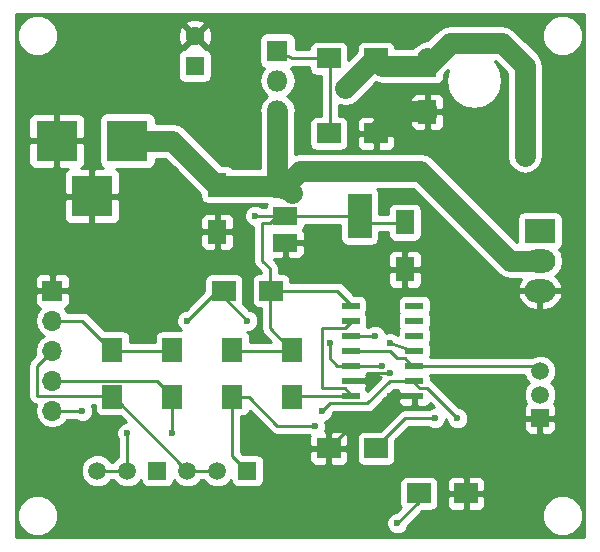
<source format=gbr>
G04 #@! TF.FileFunction,Copper,L2,Bot,Signal*
%FSLAX46Y46*%
G04 Gerber Fmt 4.6, Leading zero omitted, Abs format (unit mm)*
G04 Created by KiCad (PCBNEW 4.0.7) date Sunday, March 04, 2018 'PMt' 09:17:10 PM*
%MOMM*%
%LPD*%
G01*
G04 APERTURE LIST*
%ADD10C,0.100000*%
%ADD11R,1.600000X2.000000*%
%ADD12R,1.600000X1.600000*%
%ADD13C,1.600000*%
%ADD14R,3.500000X3.500000*%
%ADD15R,2.000000X1.700000*%
%ADD16R,1.800000X1.800000*%
%ADD17O,1.800000X1.800000*%
%ADD18R,1.500000X0.600000*%
%ADD19R,1.500000X1.500000*%
%ADD20C,1.500000*%
%ADD21R,2.600000X2.000000*%
%ADD22O,2.600000X2.000000*%
%ADD23R,2.000000X3.800000*%
%ADD24R,2.000000X1.500000*%
%ADD25R,1.700000X2.000000*%
%ADD26R,1.700000X1.700000*%
%ADD27O,1.700000X1.700000*%
%ADD28C,1.520000*%
%ADD29R,1.520000X1.520000*%
%ADD30C,0.600000*%
%ADD31C,0.250000*%
%ADD32C,1.750000*%
%ADD33C,0.254000*%
G04 APERTURE END LIST*
D10*
D11*
X68580000Y-29115000D03*
X68580000Y-33115000D03*
D12*
X66675000Y-19050000D03*
D13*
X66675000Y-16550000D03*
D11*
X84455000Y-32290000D03*
X84455000Y-36290000D03*
X86360000Y-18955000D03*
X86360000Y-22955000D03*
D14*
X60960000Y-25400000D03*
X54960000Y-25400000D03*
X57960000Y-30100000D03*
D15*
X82010000Y-18415000D03*
X78010000Y-18415000D03*
X78010000Y-24765000D03*
X82010000Y-24765000D03*
X82010000Y-51435000D03*
X78010000Y-51435000D03*
X85630000Y-55245000D03*
X89630000Y-55245000D03*
D16*
X73660000Y-17780000D03*
D17*
X73660000Y-20320000D03*
X73660000Y-22860000D03*
D18*
X85250000Y-39370000D03*
X85250000Y-40640000D03*
X85250000Y-41910000D03*
X85250000Y-43180000D03*
X85250000Y-44450000D03*
X85250000Y-45720000D03*
X85250000Y-46990000D03*
X79850000Y-46990000D03*
X79850000Y-45720000D03*
X79850000Y-44450000D03*
X79850000Y-43180000D03*
X79850000Y-41910000D03*
X79850000Y-40640000D03*
X79850000Y-39370000D03*
D19*
X95885000Y-48895000D03*
D20*
X95885000Y-46895000D03*
X95885000Y-44895000D03*
D21*
X95885000Y-33020000D03*
D22*
X95885000Y-35560000D03*
X95885000Y-38100000D03*
D23*
X80620000Y-31750000D03*
D24*
X74320000Y-31750000D03*
X74320000Y-29450000D03*
X74320000Y-34050000D03*
D25*
X64770000Y-43085000D03*
X64770000Y-47085000D03*
D26*
X54610000Y-38100000D03*
D27*
X54610000Y-40640000D03*
X54610000Y-43180000D03*
X54610000Y-45720000D03*
X54610000Y-48260000D03*
D25*
X74930000Y-43085000D03*
X74930000Y-47085000D03*
D15*
X73120000Y-38100000D03*
X69120000Y-38100000D03*
D25*
X59690000Y-43085000D03*
X59690000Y-47085000D03*
X69850000Y-43085000D03*
X69850000Y-47085000D03*
D28*
X60960000Y-53340000D03*
X58420000Y-53340000D03*
D29*
X63500000Y-53340000D03*
D28*
X68580000Y-53340000D03*
X66040000Y-53340000D03*
D29*
X71120000Y-53340000D03*
D30*
X83185000Y-45085000D03*
X83185000Y-46990000D03*
X71755000Y-31750000D03*
X94615000Y-26670000D03*
X79375000Y-20955000D03*
X66040000Y-40640000D03*
X71120000Y-40640000D03*
X77470000Y-48260000D03*
X88900000Y-48895000D03*
X86995000Y-48895000D03*
X81915000Y-41910000D03*
X76835000Y-49530000D03*
X78105000Y-42545000D03*
X57150000Y-48260000D03*
X82550000Y-44450000D03*
X83185000Y-42545000D03*
X66040000Y-26670000D03*
X83820000Y-57785000D03*
X60960000Y-50165000D03*
X64770000Y-50165000D03*
D31*
X85250000Y-46990000D02*
X83185000Y-46990000D01*
X81280000Y-45720000D02*
X79850000Y-45720000D01*
X81280000Y-45085000D02*
X81280000Y-45720000D01*
X83185000Y-45085000D02*
X81280000Y-45085000D01*
X85250000Y-46990000D02*
X83820000Y-46990000D01*
X79915000Y-49530000D02*
X78010000Y-51435000D01*
X81280000Y-49530000D02*
X79915000Y-49530000D01*
X83820000Y-46990000D02*
X81280000Y-49530000D01*
D32*
X82010000Y-24765000D02*
X81915000Y-24765000D01*
X81915000Y-24765000D02*
X83820000Y-22860000D01*
X83820000Y-22860000D02*
X86360000Y-22860000D01*
X86360000Y-22860000D02*
X86360000Y-22955000D01*
D31*
X80620000Y-31750000D02*
X80645000Y-31750000D01*
X80645000Y-31750000D02*
X81280000Y-32385000D01*
X81280000Y-32385000D02*
X84455000Y-32385000D01*
X84455000Y-32385000D02*
X84455000Y-32290000D01*
X83915000Y-31750000D02*
X84455000Y-32290000D01*
X73120000Y-38100000D02*
X73025000Y-38100000D01*
X73025000Y-38100000D02*
X73025000Y-41275000D01*
X73025000Y-41275000D02*
X74930000Y-43180000D01*
X74930000Y-43180000D02*
X74930000Y-43085000D01*
X80620000Y-31750000D02*
X80645000Y-31750000D01*
X79850000Y-39370000D02*
X80010000Y-39370000D01*
X80010000Y-39370000D02*
X78740000Y-38100000D01*
X78740000Y-38100000D02*
X73120000Y-38100000D01*
X73120000Y-38100000D02*
X73025000Y-38100000D01*
X73025000Y-38100000D02*
X73025000Y-36195000D01*
X73025000Y-36195000D02*
X72390000Y-35560000D01*
X72390000Y-35560000D02*
X72390000Y-32385000D01*
X72390000Y-32385000D02*
X73025000Y-32385000D01*
X73025000Y-32385000D02*
X73660000Y-31750000D01*
X73660000Y-31750000D02*
X74320000Y-31750000D01*
X74320000Y-31750000D02*
X71755000Y-31750000D01*
X74320000Y-31750000D02*
X80620000Y-31750000D01*
X74930000Y-43180000D02*
X69850000Y-43180000D01*
X69850000Y-43180000D02*
X69850000Y-43085000D01*
D32*
X86360000Y-18955000D02*
X86455000Y-18955000D01*
X86455000Y-18955000D02*
X88265000Y-17145000D01*
X94615000Y-19050000D02*
X94615000Y-26670000D01*
X92710000Y-17145000D02*
X94615000Y-19050000D01*
X88265000Y-17145000D02*
X92710000Y-17145000D01*
X86360000Y-18955000D02*
X86360000Y-18415000D01*
X82010000Y-18415000D02*
X81915000Y-18415000D01*
X81915000Y-18415000D02*
X79375000Y-20955000D01*
X82010000Y-18415000D02*
X81915000Y-18415000D01*
X81915000Y-18415000D02*
X82550000Y-19050000D01*
X82550000Y-19050000D02*
X86360000Y-19050000D01*
X86360000Y-19050000D02*
X86360000Y-18955000D01*
D31*
X82010000Y-18415000D02*
X81915000Y-18415000D01*
X66040000Y-40640000D02*
X68580000Y-38100000D01*
X68580000Y-38100000D02*
X69120000Y-38100000D01*
X69120000Y-38100000D02*
X69215000Y-38100000D01*
X69215000Y-38100000D02*
X69215000Y-38735000D01*
X69215000Y-38735000D02*
X71120000Y-40640000D01*
X77470000Y-48260000D02*
X78105000Y-47625000D01*
X78105000Y-47625000D02*
X81280000Y-47625000D01*
X81280000Y-47625000D02*
X83185000Y-45720000D01*
X83185000Y-45720000D02*
X85250000Y-45720000D01*
X85250000Y-45720000D02*
X85090000Y-45720000D01*
X85090000Y-45720000D02*
X85725000Y-46355000D01*
X85725000Y-46355000D02*
X86360000Y-46355000D01*
X86360000Y-46355000D02*
X88900000Y-48895000D01*
X82010000Y-51435000D02*
X81915000Y-51435000D01*
X81915000Y-51435000D02*
X84455000Y-48895000D01*
X84455000Y-48895000D02*
X86995000Y-48895000D01*
X69850000Y-47085000D02*
X69850000Y-52070000D01*
X69850000Y-52070000D02*
X71120000Y-53340000D01*
X69850000Y-47085000D02*
X71215000Y-47085000D01*
X81915000Y-41910000D02*
X79850000Y-41910000D01*
X73660000Y-49530000D02*
X76835000Y-49530000D01*
X71215000Y-47085000D02*
X73660000Y-49530000D01*
X69850000Y-47085000D02*
X69850000Y-46990000D01*
X70485000Y-47625000D02*
X69850000Y-46990000D01*
X69850000Y-46990000D02*
X69850000Y-47085000D01*
X54610000Y-48260000D02*
X57150000Y-48260000D01*
X78740000Y-44450000D02*
X79850000Y-44450000D01*
X78105000Y-43815000D02*
X78740000Y-44450000D01*
X78105000Y-42545000D02*
X78105000Y-43815000D01*
X85250000Y-43180000D02*
X83185000Y-42545000D01*
X82550000Y-44450000D02*
X79850000Y-44450000D01*
X79850000Y-44450000D02*
X80010000Y-44450000D01*
X85725000Y-43180000D02*
X85250000Y-43180000D01*
X85250000Y-44450000D02*
X95440000Y-44450000D01*
X95440000Y-44450000D02*
X95885000Y-44895000D01*
X85250000Y-44450000D02*
X85090000Y-44450000D01*
X85090000Y-44450000D02*
X84455000Y-43815000D01*
X84455000Y-43815000D02*
X83820000Y-43815000D01*
X83820000Y-43815000D02*
X83185000Y-43180000D01*
X83185000Y-43180000D02*
X79850000Y-43180000D01*
D32*
X60960000Y-25400000D02*
X64770000Y-25400000D01*
X64770000Y-25400000D02*
X66040000Y-26670000D01*
X73660000Y-22860000D02*
X73660000Y-28575000D01*
X73660000Y-28575000D02*
X74295000Y-29210000D01*
D31*
X74295000Y-29210000D02*
X74320000Y-29450000D01*
D32*
X68580000Y-29115000D02*
X68580000Y-29210000D01*
X66040000Y-26670000D02*
X68580000Y-29210000D01*
X68580000Y-29210000D02*
X68580000Y-29115000D01*
X74320000Y-29450000D02*
X74295000Y-29210000D01*
X74295000Y-29210000D02*
X74930000Y-29845000D01*
X68580000Y-29115000D02*
X68580000Y-29210000D01*
X68580000Y-29210000D02*
X74295000Y-29210000D01*
X74295000Y-29210000D02*
X74320000Y-29450000D01*
X74320000Y-29450000D02*
X74295000Y-29210000D01*
X74295000Y-29210000D02*
X75565000Y-27940000D01*
X75565000Y-27940000D02*
X85725000Y-27940000D01*
X85725000Y-27940000D02*
X93345000Y-35560000D01*
X93345000Y-35560000D02*
X95885000Y-35560000D01*
D31*
X74320000Y-29450000D02*
X74295000Y-29210000D01*
X68580000Y-29115000D02*
X68580000Y-29210000D01*
X68580000Y-29210000D02*
X68580000Y-29115000D01*
X74320000Y-29450000D02*
X74295000Y-29210000D01*
X74295000Y-23495000D02*
X73660000Y-22860000D01*
X68580000Y-29115000D02*
X68580000Y-29210000D01*
X74295000Y-29210000D02*
X74320000Y-29450000D01*
X85630000Y-55245000D02*
X85630000Y-55975000D01*
X85630000Y-55975000D02*
X83820000Y-57785000D01*
X59690000Y-43085000D02*
X59690000Y-43180000D01*
X59690000Y-43180000D02*
X57150000Y-40640000D01*
X57150000Y-40640000D02*
X54610000Y-40640000D01*
X59690000Y-43180000D02*
X64770000Y-43180000D01*
X64770000Y-43180000D02*
X64770000Y-43085000D01*
X68580000Y-53340000D02*
X66040000Y-53340000D01*
X66040000Y-53340000D02*
X59785000Y-47085000D01*
X59785000Y-47085000D02*
X59690000Y-47085000D01*
X59690000Y-46990000D02*
X59690000Y-47085000D01*
X59690000Y-46990000D02*
X53340000Y-46990000D01*
X53340000Y-46990000D02*
X53340000Y-44450000D01*
X53340000Y-44450000D02*
X54610000Y-43180000D01*
X58420000Y-53340000D02*
X60960000Y-53340000D01*
X60960000Y-53340000D02*
X60960000Y-50165000D01*
X64770000Y-50165000D02*
X64770000Y-47085000D01*
X64770000Y-47085000D02*
X64770000Y-46990000D01*
X64770000Y-46990000D02*
X63500000Y-45720000D01*
X63500000Y-45720000D02*
X54610000Y-45720000D01*
X64135000Y-47625000D02*
X64770000Y-46990000D01*
X73660000Y-17780000D02*
X74930000Y-18415000D01*
X74930000Y-18415000D02*
X78010000Y-18415000D01*
X78010000Y-18415000D02*
X78105000Y-18415000D01*
X78105000Y-18415000D02*
X78105000Y-24765000D01*
X78105000Y-24765000D02*
X78010000Y-24765000D01*
X79850000Y-40640000D02*
X80010000Y-40640000D01*
X80010000Y-40640000D02*
X79375000Y-41275000D01*
X79375000Y-41275000D02*
X77470000Y-41275000D01*
X77470000Y-41275000D02*
X77470000Y-46355000D01*
X77470000Y-46355000D02*
X79375000Y-46355000D01*
X79375000Y-46355000D02*
X80010000Y-46990000D01*
X80010000Y-46990000D02*
X79850000Y-46990000D01*
X79850000Y-46990000D02*
X74930000Y-46990000D01*
X74930000Y-46990000D02*
X74930000Y-47085000D01*
D33*
G36*
X99620000Y-58980000D02*
X51510000Y-58980000D01*
X51510000Y-57493599D01*
X51604699Y-57493599D01*
X51868281Y-58131515D01*
X52355918Y-58620004D01*
X52993373Y-58884699D01*
X53683599Y-58885301D01*
X54321515Y-58621719D01*
X54810004Y-58134082D01*
X54878067Y-57970167D01*
X82884838Y-57970167D01*
X83026883Y-58313943D01*
X83289673Y-58577192D01*
X83633201Y-58719838D01*
X84005167Y-58720162D01*
X84348943Y-58578117D01*
X84612192Y-58315327D01*
X84754838Y-57971799D01*
X84754879Y-57924923D01*
X85186203Y-57493599D01*
X96054699Y-57493599D01*
X96318281Y-58131515D01*
X96805918Y-58620004D01*
X97443373Y-58884699D01*
X98133599Y-58885301D01*
X98771515Y-58621719D01*
X99260004Y-58134082D01*
X99524699Y-57496627D01*
X99525301Y-56806401D01*
X99261719Y-56168485D01*
X98774082Y-55679996D01*
X98136627Y-55415301D01*
X97446401Y-55414699D01*
X96808485Y-55678281D01*
X96319996Y-56165918D01*
X96055301Y-56803373D01*
X96054699Y-57493599D01*
X85186203Y-57493599D01*
X85937362Y-56742440D01*
X86630000Y-56742440D01*
X86865317Y-56698162D01*
X87081441Y-56559090D01*
X87226431Y-56346890D01*
X87277440Y-56095000D01*
X87277440Y-55530750D01*
X87995000Y-55530750D01*
X87995000Y-56221310D01*
X88091673Y-56454699D01*
X88270302Y-56633327D01*
X88503691Y-56730000D01*
X89344250Y-56730000D01*
X89503000Y-56571250D01*
X89503000Y-55372000D01*
X89757000Y-55372000D01*
X89757000Y-56571250D01*
X89915750Y-56730000D01*
X90756309Y-56730000D01*
X90989698Y-56633327D01*
X91168327Y-56454699D01*
X91265000Y-56221310D01*
X91265000Y-55530750D01*
X91106250Y-55372000D01*
X89757000Y-55372000D01*
X89503000Y-55372000D01*
X88153750Y-55372000D01*
X87995000Y-55530750D01*
X87277440Y-55530750D01*
X87277440Y-54395000D01*
X87253674Y-54268690D01*
X87995000Y-54268690D01*
X87995000Y-54959250D01*
X88153750Y-55118000D01*
X89503000Y-55118000D01*
X89503000Y-53918750D01*
X89757000Y-53918750D01*
X89757000Y-55118000D01*
X91106250Y-55118000D01*
X91265000Y-54959250D01*
X91265000Y-54268690D01*
X91168327Y-54035301D01*
X90989698Y-53856673D01*
X90756309Y-53760000D01*
X89915750Y-53760000D01*
X89757000Y-53918750D01*
X89503000Y-53918750D01*
X89344250Y-53760000D01*
X88503691Y-53760000D01*
X88270302Y-53856673D01*
X88091673Y-54035301D01*
X87995000Y-54268690D01*
X87253674Y-54268690D01*
X87233162Y-54159683D01*
X87094090Y-53943559D01*
X86881890Y-53798569D01*
X86630000Y-53747560D01*
X84630000Y-53747560D01*
X84394683Y-53791838D01*
X84178559Y-53930910D01*
X84033569Y-54143110D01*
X83982560Y-54395000D01*
X83982560Y-56095000D01*
X84026838Y-56330317D01*
X84094591Y-56435607D01*
X83680320Y-56849878D01*
X83634833Y-56849838D01*
X83291057Y-56991883D01*
X83027808Y-57254673D01*
X82885162Y-57598201D01*
X82884838Y-57970167D01*
X54878067Y-57970167D01*
X55074699Y-57496627D01*
X55075301Y-56806401D01*
X54811719Y-56168485D01*
X54324082Y-55679996D01*
X53686627Y-55415301D01*
X52996401Y-55414699D01*
X52358485Y-55678281D01*
X51869996Y-56165918D01*
X51605301Y-56803373D01*
X51604699Y-57493599D01*
X51510000Y-57493599D01*
X51510000Y-44450000D01*
X52580000Y-44450000D01*
X52580000Y-46990000D01*
X52637852Y-47280839D01*
X52802599Y-47527401D01*
X53049161Y-47692148D01*
X53202782Y-47722705D01*
X53095907Y-48260000D01*
X53208946Y-48828285D01*
X53530853Y-49310054D01*
X54012622Y-49631961D01*
X54580907Y-49745000D01*
X54639093Y-49745000D01*
X55207378Y-49631961D01*
X55689147Y-49310054D01*
X55882954Y-49020000D01*
X56587537Y-49020000D01*
X56619673Y-49052192D01*
X56963201Y-49194838D01*
X57335167Y-49195162D01*
X57678943Y-49053117D01*
X57942192Y-48790327D01*
X58084838Y-48446799D01*
X58085162Y-48074833D01*
X57950944Y-47750000D01*
X58192560Y-47750000D01*
X58192560Y-48085000D01*
X58236838Y-48320317D01*
X58375910Y-48536441D01*
X58588110Y-48681431D01*
X58840000Y-48732440D01*
X60357638Y-48732440D01*
X60855106Y-49229908D01*
X60774833Y-49229838D01*
X60431057Y-49371883D01*
X60167808Y-49634673D01*
X60025162Y-49978201D01*
X60024838Y-50350167D01*
X60166883Y-50693943D01*
X60200000Y-50727118D01*
X60200000Y-52144633D01*
X60170828Y-52156687D01*
X59778066Y-52548764D01*
X59765096Y-52580000D01*
X59615367Y-52580000D01*
X59603313Y-52550828D01*
X59211236Y-52158066D01*
X58698700Y-51945242D01*
X58143735Y-51944758D01*
X57630828Y-52156687D01*
X57238066Y-52548764D01*
X57025242Y-53061300D01*
X57024758Y-53616265D01*
X57236687Y-54129172D01*
X57628764Y-54521934D01*
X58141300Y-54734758D01*
X58696265Y-54735242D01*
X59209172Y-54523313D01*
X59601934Y-54131236D01*
X59614904Y-54100000D01*
X59764633Y-54100000D01*
X59776687Y-54129172D01*
X60168764Y-54521934D01*
X60681300Y-54734758D01*
X61236265Y-54735242D01*
X61749172Y-54523313D01*
X62105316Y-54167790D01*
X62136838Y-54335317D01*
X62275910Y-54551441D01*
X62488110Y-54696431D01*
X62740000Y-54747440D01*
X64260000Y-54747440D01*
X64495317Y-54703162D01*
X64711441Y-54564090D01*
X64856431Y-54351890D01*
X64893969Y-54166520D01*
X65248764Y-54521934D01*
X65761300Y-54734758D01*
X66316265Y-54735242D01*
X66829172Y-54523313D01*
X67221934Y-54131236D01*
X67234904Y-54100000D01*
X67384633Y-54100000D01*
X67396687Y-54129172D01*
X67788764Y-54521934D01*
X68301300Y-54734758D01*
X68856265Y-54735242D01*
X69369172Y-54523313D01*
X69725316Y-54167790D01*
X69756838Y-54335317D01*
X69895910Y-54551441D01*
X70108110Y-54696431D01*
X70360000Y-54747440D01*
X71880000Y-54747440D01*
X72115317Y-54703162D01*
X72331441Y-54564090D01*
X72476431Y-54351890D01*
X72527440Y-54100000D01*
X72527440Y-52580000D01*
X72483162Y-52344683D01*
X72344090Y-52128559D01*
X72131890Y-51983569D01*
X71880000Y-51932560D01*
X70787362Y-51932560D01*
X70610000Y-51755198D01*
X70610000Y-51720750D01*
X76375000Y-51720750D01*
X76375000Y-52411310D01*
X76471673Y-52644699D01*
X76650302Y-52823327D01*
X76883691Y-52920000D01*
X77724250Y-52920000D01*
X77883000Y-52761250D01*
X77883000Y-51562000D01*
X78137000Y-51562000D01*
X78137000Y-52761250D01*
X78295750Y-52920000D01*
X79136309Y-52920000D01*
X79369698Y-52823327D01*
X79548327Y-52644699D01*
X79645000Y-52411310D01*
X79645000Y-51720750D01*
X79486250Y-51562000D01*
X78137000Y-51562000D01*
X77883000Y-51562000D01*
X76533750Y-51562000D01*
X76375000Y-51720750D01*
X70610000Y-51720750D01*
X70610000Y-48732440D01*
X70700000Y-48732440D01*
X70935317Y-48688162D01*
X71151441Y-48549090D01*
X71296431Y-48336890D01*
X71312540Y-48257342D01*
X73122599Y-50067401D01*
X73369161Y-50232148D01*
X73660000Y-50290000D01*
X76272537Y-50290000D01*
X76304673Y-50322192D01*
X76412921Y-50367141D01*
X76375000Y-50458690D01*
X76375000Y-51149250D01*
X76533750Y-51308000D01*
X77883000Y-51308000D01*
X77883000Y-50108750D01*
X78137000Y-50108750D01*
X78137000Y-51308000D01*
X79486250Y-51308000D01*
X79645000Y-51149250D01*
X79645000Y-50458690D01*
X79548327Y-50225301D01*
X79369698Y-50046673D01*
X79136309Y-49950000D01*
X78295750Y-49950000D01*
X78137000Y-50108750D01*
X77883000Y-50108750D01*
X77724250Y-49950000D01*
X77673004Y-49950000D01*
X77769838Y-49716799D01*
X77770162Y-49344833D01*
X77700568Y-49176403D01*
X77998943Y-49053117D01*
X78262192Y-48790327D01*
X78404838Y-48446799D01*
X78404879Y-48399923D01*
X78419802Y-48385000D01*
X81280000Y-48385000D01*
X81570839Y-48327148D01*
X81817401Y-48162401D01*
X82704052Y-47275750D01*
X83865000Y-47275750D01*
X83865000Y-47416310D01*
X83961673Y-47649699D01*
X84140302Y-47828327D01*
X84373691Y-47925000D01*
X84964250Y-47925000D01*
X85123000Y-47766250D01*
X85123000Y-47117000D01*
X84023750Y-47117000D01*
X83865000Y-47275750D01*
X82704052Y-47275750D01*
X83499802Y-46480000D01*
X83899666Y-46480000D01*
X83865000Y-46563690D01*
X83865000Y-46704250D01*
X84023750Y-46863000D01*
X85123000Y-46863000D01*
X85123000Y-46843000D01*
X85138198Y-46843000D01*
X85187599Y-46892401D01*
X85397000Y-47032318D01*
X85397000Y-47117000D01*
X85377000Y-47117000D01*
X85377000Y-47766250D01*
X85535750Y-47925000D01*
X86126309Y-47925000D01*
X86359698Y-47828327D01*
X86538327Y-47649699D01*
X86550503Y-47620305D01*
X86890106Y-47959908D01*
X86809833Y-47959838D01*
X86466057Y-48101883D01*
X86432882Y-48135000D01*
X84455000Y-48135000D01*
X84212414Y-48183254D01*
X84164160Y-48192852D01*
X83917599Y-48357599D01*
X82337638Y-49937560D01*
X81010000Y-49937560D01*
X80774683Y-49981838D01*
X80558559Y-50120910D01*
X80413569Y-50333110D01*
X80362560Y-50585000D01*
X80362560Y-52285000D01*
X80406838Y-52520317D01*
X80545910Y-52736441D01*
X80758110Y-52881431D01*
X81010000Y-52932440D01*
X83010000Y-52932440D01*
X83245317Y-52888162D01*
X83461441Y-52749090D01*
X83606431Y-52536890D01*
X83657440Y-52285000D01*
X83657440Y-50767362D01*
X84769802Y-49655000D01*
X86432537Y-49655000D01*
X86464673Y-49687192D01*
X86808201Y-49829838D01*
X87180167Y-49830162D01*
X87523943Y-49688117D01*
X87787192Y-49425327D01*
X87929838Y-49081799D01*
X87929910Y-48999712D01*
X87964878Y-49034680D01*
X87964838Y-49080167D01*
X88106883Y-49423943D01*
X88369673Y-49687192D01*
X88713201Y-49829838D01*
X89085167Y-49830162D01*
X89428943Y-49688117D01*
X89692192Y-49425327D01*
X89793749Y-49180750D01*
X94500000Y-49180750D01*
X94500000Y-49771309D01*
X94596673Y-50004698D01*
X94775301Y-50183327D01*
X95008690Y-50280000D01*
X95599250Y-50280000D01*
X95758000Y-50121250D01*
X95758000Y-49022000D01*
X96012000Y-49022000D01*
X96012000Y-50121250D01*
X96170750Y-50280000D01*
X96761310Y-50280000D01*
X96994699Y-50183327D01*
X97173327Y-50004698D01*
X97270000Y-49771309D01*
X97270000Y-49180750D01*
X97111250Y-49022000D01*
X96012000Y-49022000D01*
X95758000Y-49022000D01*
X94658750Y-49022000D01*
X94500000Y-49180750D01*
X89793749Y-49180750D01*
X89834838Y-49081799D01*
X89835162Y-48709833D01*
X89693117Y-48366057D01*
X89430327Y-48102808D01*
X89086799Y-47960162D01*
X89039923Y-47960121D01*
X86897401Y-45817599D01*
X86650839Y-45652852D01*
X86647440Y-45652176D01*
X86647440Y-45420000D01*
X86607926Y-45210000D01*
X94516583Y-45210000D01*
X94710169Y-45678515D01*
X94926313Y-45895036D01*
X94711539Y-46109436D01*
X94500241Y-46618298D01*
X94499760Y-47169285D01*
X94708207Y-47673767D01*
X94596673Y-47785302D01*
X94500000Y-48018691D01*
X94500000Y-48609250D01*
X94658750Y-48768000D01*
X95758000Y-48768000D01*
X95758000Y-48748000D01*
X96012000Y-48748000D01*
X96012000Y-48768000D01*
X97111250Y-48768000D01*
X97270000Y-48609250D01*
X97270000Y-48018691D01*
X97173327Y-47785302D01*
X97061433Y-47673407D01*
X97269759Y-47171702D01*
X97270240Y-46620715D01*
X97059831Y-46111485D01*
X96843687Y-45894964D01*
X97058461Y-45680564D01*
X97269759Y-45171702D01*
X97270240Y-44620715D01*
X97059831Y-44111485D01*
X96670564Y-43721539D01*
X96161702Y-43510241D01*
X95610715Y-43509760D01*
X95174500Y-43690000D01*
X86604914Y-43690000D01*
X86647440Y-43480000D01*
X86647440Y-42880000D01*
X86603162Y-42644683D01*
X86539322Y-42545472D01*
X86596431Y-42461890D01*
X86647440Y-42210000D01*
X86647440Y-41610000D01*
X86603162Y-41374683D01*
X86539322Y-41275472D01*
X86596431Y-41191890D01*
X86647440Y-40940000D01*
X86647440Y-40340000D01*
X86603162Y-40104683D01*
X86539322Y-40005472D01*
X86596431Y-39921890D01*
X86647440Y-39670000D01*
X86647440Y-39070000D01*
X86603162Y-38834683D01*
X86464090Y-38618559D01*
X86261938Y-38480434D01*
X93994876Y-38480434D01*
X94025856Y-38608355D01*
X94339078Y-39166317D01*
X94841980Y-39561942D01*
X95458000Y-39735000D01*
X95758000Y-39735000D01*
X95758000Y-38227000D01*
X96012000Y-38227000D01*
X96012000Y-39735000D01*
X96312000Y-39735000D01*
X96928020Y-39561942D01*
X97430922Y-39166317D01*
X97744144Y-38608355D01*
X97775124Y-38480434D01*
X97655777Y-38227000D01*
X96012000Y-38227000D01*
X95758000Y-38227000D01*
X94114223Y-38227000D01*
X93994876Y-38480434D01*
X86261938Y-38480434D01*
X86251890Y-38473569D01*
X86000000Y-38422560D01*
X84500000Y-38422560D01*
X84264683Y-38466838D01*
X84048559Y-38605910D01*
X83903569Y-38818110D01*
X83852560Y-39070000D01*
X83852560Y-39670000D01*
X83896838Y-39905317D01*
X83960678Y-40004528D01*
X83903569Y-40088110D01*
X83852560Y-40340000D01*
X83852560Y-40940000D01*
X83896838Y-41175317D01*
X83960678Y-41274528D01*
X83903569Y-41358110D01*
X83852560Y-41610000D01*
X83852560Y-41890281D01*
X83715327Y-41752808D01*
X83371799Y-41610162D01*
X82999833Y-41609838D01*
X82831403Y-41679432D01*
X82708117Y-41381057D01*
X82445327Y-41117808D01*
X82101799Y-40975162D01*
X81729833Y-40974838D01*
X81386057Y-41116883D01*
X81352882Y-41150000D01*
X81204914Y-41150000D01*
X81247440Y-40940000D01*
X81247440Y-40340000D01*
X81203162Y-40104683D01*
X81139322Y-40005472D01*
X81196431Y-39921890D01*
X81247440Y-39670000D01*
X81247440Y-39070000D01*
X81203162Y-38834683D01*
X81064090Y-38618559D01*
X80851890Y-38473569D01*
X80600000Y-38422560D01*
X80137362Y-38422560D01*
X79277401Y-37562599D01*
X79030839Y-37397852D01*
X78740000Y-37340000D01*
X74767440Y-37340000D01*
X74767440Y-37250000D01*
X74723162Y-37014683D01*
X74584090Y-36798559D01*
X74371890Y-36653569D01*
X74120000Y-36602560D01*
X73785000Y-36602560D01*
X73785000Y-36575750D01*
X83020000Y-36575750D01*
X83020000Y-37416309D01*
X83116673Y-37649698D01*
X83295301Y-37828327D01*
X83528690Y-37925000D01*
X84169250Y-37925000D01*
X84328000Y-37766250D01*
X84328000Y-36417000D01*
X84582000Y-36417000D01*
X84582000Y-37766250D01*
X84740750Y-37925000D01*
X85381310Y-37925000D01*
X85614699Y-37828327D01*
X85793327Y-37649698D01*
X85890000Y-37416309D01*
X85890000Y-36575750D01*
X85731250Y-36417000D01*
X84582000Y-36417000D01*
X84328000Y-36417000D01*
X83178750Y-36417000D01*
X83020000Y-36575750D01*
X73785000Y-36575750D01*
X73785000Y-36195000D01*
X73727148Y-35904161D01*
X73562401Y-35657599D01*
X73339802Y-35435000D01*
X74034250Y-35435000D01*
X74193000Y-35276250D01*
X74193000Y-34177000D01*
X74447000Y-34177000D01*
X74447000Y-35276250D01*
X74605750Y-35435000D01*
X75446309Y-35435000D01*
X75679698Y-35338327D01*
X75854334Y-35163691D01*
X83020000Y-35163691D01*
X83020000Y-36004250D01*
X83178750Y-36163000D01*
X84328000Y-36163000D01*
X84328000Y-34813750D01*
X84582000Y-34813750D01*
X84582000Y-36163000D01*
X85731250Y-36163000D01*
X85890000Y-36004250D01*
X85890000Y-35163691D01*
X85793327Y-34930302D01*
X85614699Y-34751673D01*
X85381310Y-34655000D01*
X84740750Y-34655000D01*
X84582000Y-34813750D01*
X84328000Y-34813750D01*
X84169250Y-34655000D01*
X83528690Y-34655000D01*
X83295301Y-34751673D01*
X83116673Y-34930302D01*
X83020000Y-35163691D01*
X75854334Y-35163691D01*
X75858327Y-35159699D01*
X75955000Y-34926310D01*
X75955000Y-34335750D01*
X75796250Y-34177000D01*
X74447000Y-34177000D01*
X74193000Y-34177000D01*
X74173000Y-34177000D01*
X74173000Y-33923000D01*
X74193000Y-33923000D01*
X74193000Y-33903000D01*
X74447000Y-33903000D01*
X74447000Y-33923000D01*
X75796250Y-33923000D01*
X75955000Y-33764250D01*
X75955000Y-33173690D01*
X75858327Y-32940301D01*
X75816366Y-32898340D01*
X75916431Y-32751890D01*
X75965415Y-32510000D01*
X78972560Y-32510000D01*
X78972560Y-33650000D01*
X79016838Y-33885317D01*
X79155910Y-34101441D01*
X79368110Y-34246431D01*
X79620000Y-34297440D01*
X81620000Y-34297440D01*
X81855317Y-34253162D01*
X82071441Y-34114090D01*
X82216431Y-33901890D01*
X82267440Y-33650000D01*
X82267440Y-33145000D01*
X83007560Y-33145000D01*
X83007560Y-33290000D01*
X83051838Y-33525317D01*
X83190910Y-33741441D01*
X83403110Y-33886431D01*
X83655000Y-33937440D01*
X85255000Y-33937440D01*
X85490317Y-33893162D01*
X85706441Y-33754090D01*
X85851431Y-33541890D01*
X85902440Y-33290000D01*
X85902440Y-31290000D01*
X85858162Y-31054683D01*
X85719090Y-30838559D01*
X85506890Y-30693569D01*
X85255000Y-30642560D01*
X83655000Y-30642560D01*
X83419683Y-30686838D01*
X83203559Y-30825910D01*
X83058569Y-31038110D01*
X83007560Y-31290000D01*
X83007560Y-31625000D01*
X82267440Y-31625000D01*
X82267440Y-29850000D01*
X82223162Y-29614683D01*
X82117191Y-29450000D01*
X85099538Y-29450000D01*
X92277269Y-36627731D01*
X92767148Y-36955058D01*
X93345000Y-37070000D01*
X94318691Y-37070000D01*
X94025856Y-37591645D01*
X93994876Y-37719566D01*
X94114223Y-37973000D01*
X95758000Y-37973000D01*
X95758000Y-37953000D01*
X96012000Y-37953000D01*
X96012000Y-37973000D01*
X97655777Y-37973000D01*
X97775124Y-37719566D01*
X97744144Y-37591645D01*
X97430922Y-37033683D01*
X97188812Y-36843219D01*
X97379029Y-36716120D01*
X97733452Y-36185687D01*
X97857909Y-35560000D01*
X97733452Y-34934313D01*
X97493907Y-34575808D01*
X97636441Y-34484090D01*
X97781431Y-34271890D01*
X97832440Y-34020000D01*
X97832440Y-32020000D01*
X97788162Y-31784683D01*
X97649090Y-31568559D01*
X97436890Y-31423569D01*
X97185000Y-31372560D01*
X94585000Y-31372560D01*
X94349683Y-31416838D01*
X94133559Y-31555910D01*
X93988569Y-31768110D01*
X93937560Y-32020000D01*
X93937560Y-34017098D01*
X86792731Y-26872269D01*
X86302852Y-26544942D01*
X85725000Y-26430000D01*
X75565000Y-26430000D01*
X75170000Y-26508570D01*
X75170000Y-23015755D01*
X75195000Y-22890072D01*
X75195000Y-22829928D01*
X75078155Y-22242509D01*
X74745409Y-21744519D01*
X74514155Y-21590000D01*
X74745409Y-21435481D01*
X75078155Y-20937491D01*
X75195000Y-20350072D01*
X75195000Y-20289928D01*
X75078155Y-19702509D01*
X74797163Y-19281974D01*
X74963406Y-19175000D01*
X76362560Y-19175000D01*
X76362560Y-19265000D01*
X76406838Y-19500317D01*
X76545910Y-19716441D01*
X76758110Y-19861431D01*
X77010000Y-19912440D01*
X77345000Y-19912440D01*
X77345000Y-23267560D01*
X77010000Y-23267560D01*
X76774683Y-23311838D01*
X76558559Y-23450910D01*
X76413569Y-23663110D01*
X76362560Y-23915000D01*
X76362560Y-25615000D01*
X76406838Y-25850317D01*
X76545910Y-26066441D01*
X76758110Y-26211431D01*
X77010000Y-26262440D01*
X79010000Y-26262440D01*
X79245317Y-26218162D01*
X79461441Y-26079090D01*
X79606431Y-25866890D01*
X79657440Y-25615000D01*
X79657440Y-25050750D01*
X80375000Y-25050750D01*
X80375000Y-25741310D01*
X80471673Y-25974699D01*
X80650302Y-26153327D01*
X80883691Y-26250000D01*
X81724250Y-26250000D01*
X81883000Y-26091250D01*
X81883000Y-24892000D01*
X82137000Y-24892000D01*
X82137000Y-26091250D01*
X82295750Y-26250000D01*
X83136309Y-26250000D01*
X83369698Y-26153327D01*
X83548327Y-25974699D01*
X83645000Y-25741310D01*
X83645000Y-25050750D01*
X83486250Y-24892000D01*
X82137000Y-24892000D01*
X81883000Y-24892000D01*
X80533750Y-24892000D01*
X80375000Y-25050750D01*
X79657440Y-25050750D01*
X79657440Y-23915000D01*
X79633674Y-23788690D01*
X80375000Y-23788690D01*
X80375000Y-24479250D01*
X80533750Y-24638000D01*
X81883000Y-24638000D01*
X81883000Y-23438750D01*
X82137000Y-23438750D01*
X82137000Y-24638000D01*
X83486250Y-24638000D01*
X83645000Y-24479250D01*
X83645000Y-23788690D01*
X83548327Y-23555301D01*
X83369698Y-23376673D01*
X83136309Y-23280000D01*
X82295750Y-23280000D01*
X82137000Y-23438750D01*
X81883000Y-23438750D01*
X81724250Y-23280000D01*
X80883691Y-23280000D01*
X80650302Y-23376673D01*
X80471673Y-23555301D01*
X80375000Y-23788690D01*
X79633674Y-23788690D01*
X79613162Y-23679683D01*
X79474090Y-23463559D01*
X79261890Y-23318569D01*
X79010000Y-23267560D01*
X78865000Y-23267560D01*
X78865000Y-23240750D01*
X84925000Y-23240750D01*
X84925000Y-24081309D01*
X85021673Y-24314698D01*
X85200301Y-24493327D01*
X85433690Y-24590000D01*
X86074250Y-24590000D01*
X86233000Y-24431250D01*
X86233000Y-23082000D01*
X86487000Y-23082000D01*
X86487000Y-24431250D01*
X86645750Y-24590000D01*
X87286310Y-24590000D01*
X87519699Y-24493327D01*
X87698327Y-24314698D01*
X87795000Y-24081309D01*
X87795000Y-23240750D01*
X87636250Y-23082000D01*
X86487000Y-23082000D01*
X86233000Y-23082000D01*
X85083750Y-23082000D01*
X84925000Y-23240750D01*
X78865000Y-23240750D01*
X78865000Y-22363555D01*
X79375000Y-22465000D01*
X79952852Y-22350058D01*
X80442731Y-22022731D01*
X80636771Y-21828691D01*
X84925000Y-21828691D01*
X84925000Y-22669250D01*
X85083750Y-22828000D01*
X86233000Y-22828000D01*
X86233000Y-21478750D01*
X86487000Y-21478750D01*
X86487000Y-22828000D01*
X87636250Y-22828000D01*
X87795000Y-22669250D01*
X87795000Y-21828691D01*
X87698327Y-21595302D01*
X87519699Y-21416673D01*
X87286310Y-21320000D01*
X86645750Y-21320000D01*
X86487000Y-21478750D01*
X86233000Y-21478750D01*
X86074250Y-21320000D01*
X85433690Y-21320000D01*
X85200301Y-21416673D01*
X85021673Y-21595302D01*
X84925000Y-21828691D01*
X80636771Y-21828691D01*
X82012398Y-20453064D01*
X82550000Y-20560000D01*
X85350425Y-20560000D01*
X85560000Y-20602440D01*
X87160000Y-20602440D01*
X87395317Y-20558162D01*
X87611441Y-20419090D01*
X87756431Y-20206890D01*
X87807440Y-19955000D01*
X87807440Y-19738022D01*
X88099578Y-19445884D01*
X87935000Y-20273275D01*
X87935000Y-20366725D01*
X88116547Y-21279425D01*
X88633550Y-22053175D01*
X89407300Y-22570178D01*
X90320000Y-22751725D01*
X91232700Y-22570178D01*
X92006450Y-22053175D01*
X92523453Y-21279425D01*
X92705000Y-20366725D01*
X92705000Y-20273275D01*
X92523453Y-19360575D01*
X92052003Y-18655000D01*
X92084538Y-18655000D01*
X93105000Y-19675462D01*
X93105000Y-26670000D01*
X93219942Y-27247852D01*
X93547269Y-27737731D01*
X94037148Y-28065058D01*
X94615000Y-28180000D01*
X95192852Y-28065058D01*
X95682731Y-27737731D01*
X96010058Y-27247852D01*
X96125000Y-26670000D01*
X96125000Y-19050000D01*
X96010058Y-18472148D01*
X95682731Y-17982269D01*
X94554061Y-16853599D01*
X96054699Y-16853599D01*
X96318281Y-17491515D01*
X96805918Y-17980004D01*
X97443373Y-18244699D01*
X98133599Y-18245301D01*
X98771515Y-17981719D01*
X99260004Y-17494082D01*
X99524699Y-16856627D01*
X99525301Y-16166401D01*
X99261719Y-15528485D01*
X98774082Y-15039996D01*
X98136627Y-14775301D01*
X97446401Y-14774699D01*
X96808485Y-15038281D01*
X96319996Y-15525918D01*
X96055301Y-16163373D01*
X96054699Y-16853599D01*
X94554061Y-16853599D01*
X93777731Y-16077269D01*
X93287852Y-15749942D01*
X92710000Y-15635000D01*
X88265000Y-15635000D01*
X87687148Y-15749942D01*
X87197269Y-16077268D01*
X86367955Y-16906582D01*
X86360000Y-16905000D01*
X85782148Y-17019942D01*
X85292269Y-17347269D01*
X85262465Y-17391874D01*
X85108559Y-17490910D01*
X85075017Y-17540000D01*
X83652736Y-17540000D01*
X83613162Y-17329683D01*
X83474090Y-17113559D01*
X83261890Y-16968569D01*
X83010000Y-16917560D01*
X82073143Y-16917560D01*
X82010000Y-16905000D01*
X81915000Y-16905000D01*
X81851857Y-16917560D01*
X81010000Y-16917560D01*
X80774683Y-16961838D01*
X80558559Y-17100910D01*
X80413569Y-17313110D01*
X80362560Y-17565000D01*
X80362560Y-17831977D01*
X79657440Y-18537097D01*
X79657440Y-17565000D01*
X79613162Y-17329683D01*
X79474090Y-17113559D01*
X79261890Y-16968569D01*
X79010000Y-16917560D01*
X77010000Y-16917560D01*
X76774683Y-16961838D01*
X76558559Y-17100910D01*
X76413569Y-17313110D01*
X76362560Y-17565000D01*
X76362560Y-17655000D01*
X75207440Y-17655000D01*
X75207440Y-16880000D01*
X75163162Y-16644683D01*
X75024090Y-16428559D01*
X74811890Y-16283569D01*
X74560000Y-16232560D01*
X72760000Y-16232560D01*
X72524683Y-16276838D01*
X72308559Y-16415910D01*
X72163569Y-16628110D01*
X72112560Y-16880000D01*
X72112560Y-18680000D01*
X72156838Y-18915317D01*
X72295910Y-19131441D01*
X72508110Y-19276431D01*
X72524344Y-19279719D01*
X72241845Y-19702509D01*
X72125000Y-20289928D01*
X72125000Y-20350072D01*
X72241845Y-20937491D01*
X72574591Y-21435481D01*
X72805845Y-21590000D01*
X72574591Y-21744519D01*
X72241845Y-22242509D01*
X72125000Y-22829928D01*
X72125000Y-22890072D01*
X72150000Y-23015755D01*
X72150000Y-27700000D01*
X69867539Y-27700000D01*
X69844090Y-27663559D01*
X69631890Y-27518569D01*
X69380000Y-27467560D01*
X68973023Y-27467560D01*
X67107731Y-25602269D01*
X65837731Y-24332269D01*
X65347852Y-24004942D01*
X64770000Y-23890000D01*
X63357440Y-23890000D01*
X63357440Y-23650000D01*
X63313162Y-23414683D01*
X63174090Y-23198559D01*
X62961890Y-23053569D01*
X62710000Y-23002560D01*
X59210000Y-23002560D01*
X58974683Y-23046838D01*
X58758559Y-23185910D01*
X58613569Y-23398110D01*
X58562560Y-23650000D01*
X58562560Y-27150000D01*
X58606838Y-27385317D01*
X58745910Y-27601441D01*
X58912109Y-27715000D01*
X58245750Y-27715000D01*
X58087000Y-27873750D01*
X58087000Y-29973000D01*
X60186250Y-29973000D01*
X60345000Y-29814250D01*
X60345000Y-28223690D01*
X60248327Y-27990301D01*
X60069698Y-27811673D01*
X60035337Y-27797440D01*
X62710000Y-27797440D01*
X62945317Y-27753162D01*
X63161441Y-27614090D01*
X63306431Y-27401890D01*
X63357440Y-27150000D01*
X63357440Y-26910000D01*
X64144538Y-26910000D01*
X64972269Y-27737731D01*
X67132560Y-29898023D01*
X67132560Y-30115000D01*
X67176838Y-30350317D01*
X67315910Y-30566441D01*
X67528110Y-30711431D01*
X67780000Y-30762440D01*
X69380000Y-30762440D01*
X69605549Y-30720000D01*
X72742776Y-30720000D01*
X72723569Y-30748110D01*
X72674585Y-30990000D01*
X72317463Y-30990000D01*
X72285327Y-30957808D01*
X71941799Y-30815162D01*
X71569833Y-30814838D01*
X71226057Y-30956883D01*
X70962808Y-31219673D01*
X70820162Y-31563201D01*
X70819838Y-31935167D01*
X70961883Y-32278943D01*
X71224673Y-32542192D01*
X71568201Y-32684838D01*
X71630000Y-32684892D01*
X71630000Y-35560000D01*
X71687852Y-35850839D01*
X71852599Y-36097401D01*
X72265000Y-36509802D01*
X72265000Y-36602560D01*
X72120000Y-36602560D01*
X71884683Y-36646838D01*
X71668559Y-36785910D01*
X71523569Y-36998110D01*
X71472560Y-37250000D01*
X71472560Y-38950000D01*
X71516838Y-39185317D01*
X71655910Y-39401441D01*
X71868110Y-39546431D01*
X72120000Y-39597440D01*
X72265000Y-39597440D01*
X72265000Y-41275000D01*
X72322852Y-41565839D01*
X72487599Y-41812401D01*
X73095198Y-42420000D01*
X71347440Y-42420000D01*
X71347440Y-42085000D01*
X71303162Y-41849683D01*
X71164090Y-41633559D01*
X71078334Y-41574964D01*
X71305167Y-41575162D01*
X71648943Y-41433117D01*
X71912192Y-41170327D01*
X72054838Y-40826799D01*
X72055162Y-40454833D01*
X71913117Y-40111057D01*
X71650327Y-39847808D01*
X71306799Y-39705162D01*
X71259923Y-39705121D01*
X70723211Y-39168409D01*
X70767440Y-38950000D01*
X70767440Y-37250000D01*
X70723162Y-37014683D01*
X70584090Y-36798559D01*
X70371890Y-36653569D01*
X70120000Y-36602560D01*
X68120000Y-36602560D01*
X67884683Y-36646838D01*
X67668559Y-36785910D01*
X67523569Y-36998110D01*
X67472560Y-37250000D01*
X67472560Y-38132638D01*
X65900320Y-39704878D01*
X65854833Y-39704838D01*
X65511057Y-39846883D01*
X65247808Y-40109673D01*
X65105162Y-40453201D01*
X65104838Y-40825167D01*
X65246883Y-41168943D01*
X65509673Y-41432192D01*
X65522601Y-41437560D01*
X63920000Y-41437560D01*
X63684683Y-41481838D01*
X63468559Y-41620910D01*
X63323569Y-41833110D01*
X63272560Y-42085000D01*
X63272560Y-42420000D01*
X61187440Y-42420000D01*
X61187440Y-42085000D01*
X61143162Y-41849683D01*
X61004090Y-41633559D01*
X60791890Y-41488569D01*
X60540000Y-41437560D01*
X59022362Y-41437560D01*
X57687401Y-40102599D01*
X57440839Y-39937852D01*
X57150000Y-39880000D01*
X55882954Y-39880000D01*
X55689147Y-39589946D01*
X55645223Y-39560597D01*
X55819698Y-39488327D01*
X55998327Y-39309699D01*
X56095000Y-39076310D01*
X56095000Y-38385750D01*
X55936250Y-38227000D01*
X54737000Y-38227000D01*
X54737000Y-38247000D01*
X54483000Y-38247000D01*
X54483000Y-38227000D01*
X53283750Y-38227000D01*
X53125000Y-38385750D01*
X53125000Y-39076310D01*
X53221673Y-39309699D01*
X53400302Y-39488327D01*
X53574777Y-39560597D01*
X53530853Y-39589946D01*
X53208946Y-40071715D01*
X53095907Y-40640000D01*
X53208946Y-41208285D01*
X53530853Y-41690054D01*
X53860026Y-41910000D01*
X53530853Y-42129946D01*
X53208946Y-42611715D01*
X53095907Y-43180000D01*
X53168790Y-43546408D01*
X52802599Y-43912599D01*
X52637852Y-44159161D01*
X52580000Y-44450000D01*
X51510000Y-44450000D01*
X51510000Y-37123690D01*
X53125000Y-37123690D01*
X53125000Y-37814250D01*
X53283750Y-37973000D01*
X54483000Y-37973000D01*
X54483000Y-36773750D01*
X54737000Y-36773750D01*
X54737000Y-37973000D01*
X55936250Y-37973000D01*
X56095000Y-37814250D01*
X56095000Y-37123690D01*
X55998327Y-36890301D01*
X55819698Y-36711673D01*
X55586309Y-36615000D01*
X54895750Y-36615000D01*
X54737000Y-36773750D01*
X54483000Y-36773750D01*
X54324250Y-36615000D01*
X53633691Y-36615000D01*
X53400302Y-36711673D01*
X53221673Y-36890301D01*
X53125000Y-37123690D01*
X51510000Y-37123690D01*
X51510000Y-33400750D01*
X67145000Y-33400750D01*
X67145000Y-34241309D01*
X67241673Y-34474698D01*
X67420301Y-34653327D01*
X67653690Y-34750000D01*
X68294250Y-34750000D01*
X68453000Y-34591250D01*
X68453000Y-33242000D01*
X68707000Y-33242000D01*
X68707000Y-34591250D01*
X68865750Y-34750000D01*
X69506310Y-34750000D01*
X69739699Y-34653327D01*
X69918327Y-34474698D01*
X70015000Y-34241309D01*
X70015000Y-33400750D01*
X69856250Y-33242000D01*
X68707000Y-33242000D01*
X68453000Y-33242000D01*
X67303750Y-33242000D01*
X67145000Y-33400750D01*
X51510000Y-33400750D01*
X51510000Y-30385750D01*
X55575000Y-30385750D01*
X55575000Y-31976310D01*
X55671673Y-32209699D01*
X55850302Y-32388327D01*
X56083691Y-32485000D01*
X57674250Y-32485000D01*
X57833000Y-32326250D01*
X57833000Y-30227000D01*
X58087000Y-30227000D01*
X58087000Y-32326250D01*
X58245750Y-32485000D01*
X59836309Y-32485000D01*
X60069698Y-32388327D01*
X60248327Y-32209699D01*
X60339871Y-31988691D01*
X67145000Y-31988691D01*
X67145000Y-32829250D01*
X67303750Y-32988000D01*
X68453000Y-32988000D01*
X68453000Y-31638750D01*
X68707000Y-31638750D01*
X68707000Y-32988000D01*
X69856250Y-32988000D01*
X70015000Y-32829250D01*
X70015000Y-31988691D01*
X69918327Y-31755302D01*
X69739699Y-31576673D01*
X69506310Y-31480000D01*
X68865750Y-31480000D01*
X68707000Y-31638750D01*
X68453000Y-31638750D01*
X68294250Y-31480000D01*
X67653690Y-31480000D01*
X67420301Y-31576673D01*
X67241673Y-31755302D01*
X67145000Y-31988691D01*
X60339871Y-31988691D01*
X60345000Y-31976310D01*
X60345000Y-30385750D01*
X60186250Y-30227000D01*
X58087000Y-30227000D01*
X57833000Y-30227000D01*
X55733750Y-30227000D01*
X55575000Y-30385750D01*
X51510000Y-30385750D01*
X51510000Y-25685750D01*
X52575000Y-25685750D01*
X52575000Y-27276310D01*
X52671673Y-27509699D01*
X52850302Y-27688327D01*
X53083691Y-27785000D01*
X54674250Y-27785000D01*
X54833000Y-27626250D01*
X54833000Y-25527000D01*
X55087000Y-25527000D01*
X55087000Y-27626250D01*
X55245750Y-27785000D01*
X55914696Y-27785000D01*
X55850302Y-27811673D01*
X55671673Y-27990301D01*
X55575000Y-28223690D01*
X55575000Y-29814250D01*
X55733750Y-29973000D01*
X57833000Y-29973000D01*
X57833000Y-27873750D01*
X57674250Y-27715000D01*
X57005304Y-27715000D01*
X57069698Y-27688327D01*
X57248327Y-27509699D01*
X57345000Y-27276310D01*
X57345000Y-25685750D01*
X57186250Y-25527000D01*
X55087000Y-25527000D01*
X54833000Y-25527000D01*
X52733750Y-25527000D01*
X52575000Y-25685750D01*
X51510000Y-25685750D01*
X51510000Y-23523690D01*
X52575000Y-23523690D01*
X52575000Y-25114250D01*
X52733750Y-25273000D01*
X54833000Y-25273000D01*
X54833000Y-23173750D01*
X55087000Y-23173750D01*
X55087000Y-25273000D01*
X57186250Y-25273000D01*
X57345000Y-25114250D01*
X57345000Y-23523690D01*
X57248327Y-23290301D01*
X57069698Y-23111673D01*
X56836309Y-23015000D01*
X55245750Y-23015000D01*
X55087000Y-23173750D01*
X54833000Y-23173750D01*
X54674250Y-23015000D01*
X53083691Y-23015000D01*
X52850302Y-23111673D01*
X52671673Y-23290301D01*
X52575000Y-23523690D01*
X51510000Y-23523690D01*
X51510000Y-18250000D01*
X65227560Y-18250000D01*
X65227560Y-19850000D01*
X65271838Y-20085317D01*
X65410910Y-20301441D01*
X65623110Y-20446431D01*
X65875000Y-20497440D01*
X67475000Y-20497440D01*
X67710317Y-20453162D01*
X67926441Y-20314090D01*
X68071431Y-20101890D01*
X68122440Y-19850000D01*
X68122440Y-18250000D01*
X68078162Y-18014683D01*
X67939090Y-17798559D01*
X67726890Y-17653569D01*
X67488799Y-17605354D01*
X67503139Y-17557745D01*
X66675000Y-16729605D01*
X65846861Y-17557745D01*
X65861145Y-17605167D01*
X65639683Y-17646838D01*
X65423559Y-17785910D01*
X65278569Y-17998110D01*
X65227560Y-18250000D01*
X51510000Y-18250000D01*
X51510000Y-16853599D01*
X51604699Y-16853599D01*
X51868281Y-17491515D01*
X52355918Y-17980004D01*
X52993373Y-18244699D01*
X53683599Y-18245301D01*
X54321515Y-17981719D01*
X54810004Y-17494082D01*
X55074699Y-16856627D01*
X55075155Y-16333223D01*
X65228035Y-16333223D01*
X65255222Y-16903454D01*
X65421136Y-17304005D01*
X65667255Y-17378139D01*
X66495395Y-16550000D01*
X66854605Y-16550000D01*
X67682745Y-17378139D01*
X67928864Y-17304005D01*
X68121965Y-16766777D01*
X68094778Y-16196546D01*
X67928864Y-15795995D01*
X67682745Y-15721861D01*
X66854605Y-16550000D01*
X66495395Y-16550000D01*
X65667255Y-15721861D01*
X65421136Y-15795995D01*
X65228035Y-16333223D01*
X55075155Y-16333223D01*
X55075301Y-16166401D01*
X54817409Y-15542255D01*
X65846861Y-15542255D01*
X66675000Y-16370395D01*
X67503139Y-15542255D01*
X67429005Y-15296136D01*
X66891777Y-15103035D01*
X66321546Y-15130222D01*
X65920995Y-15296136D01*
X65846861Y-15542255D01*
X54817409Y-15542255D01*
X54811719Y-15528485D01*
X54324082Y-15039996D01*
X53686627Y-14775301D01*
X52996401Y-14774699D01*
X52358485Y-15038281D01*
X51869996Y-15525918D01*
X51605301Y-16163373D01*
X51604699Y-16853599D01*
X51510000Y-16853599D01*
X51510000Y-14680000D01*
X99620000Y-14680000D01*
X99620000Y-58980000D01*
X99620000Y-58980000D01*
G37*
X99620000Y-58980000D02*
X51510000Y-58980000D01*
X51510000Y-57493599D01*
X51604699Y-57493599D01*
X51868281Y-58131515D01*
X52355918Y-58620004D01*
X52993373Y-58884699D01*
X53683599Y-58885301D01*
X54321515Y-58621719D01*
X54810004Y-58134082D01*
X54878067Y-57970167D01*
X82884838Y-57970167D01*
X83026883Y-58313943D01*
X83289673Y-58577192D01*
X83633201Y-58719838D01*
X84005167Y-58720162D01*
X84348943Y-58578117D01*
X84612192Y-58315327D01*
X84754838Y-57971799D01*
X84754879Y-57924923D01*
X85186203Y-57493599D01*
X96054699Y-57493599D01*
X96318281Y-58131515D01*
X96805918Y-58620004D01*
X97443373Y-58884699D01*
X98133599Y-58885301D01*
X98771515Y-58621719D01*
X99260004Y-58134082D01*
X99524699Y-57496627D01*
X99525301Y-56806401D01*
X99261719Y-56168485D01*
X98774082Y-55679996D01*
X98136627Y-55415301D01*
X97446401Y-55414699D01*
X96808485Y-55678281D01*
X96319996Y-56165918D01*
X96055301Y-56803373D01*
X96054699Y-57493599D01*
X85186203Y-57493599D01*
X85937362Y-56742440D01*
X86630000Y-56742440D01*
X86865317Y-56698162D01*
X87081441Y-56559090D01*
X87226431Y-56346890D01*
X87277440Y-56095000D01*
X87277440Y-55530750D01*
X87995000Y-55530750D01*
X87995000Y-56221310D01*
X88091673Y-56454699D01*
X88270302Y-56633327D01*
X88503691Y-56730000D01*
X89344250Y-56730000D01*
X89503000Y-56571250D01*
X89503000Y-55372000D01*
X89757000Y-55372000D01*
X89757000Y-56571250D01*
X89915750Y-56730000D01*
X90756309Y-56730000D01*
X90989698Y-56633327D01*
X91168327Y-56454699D01*
X91265000Y-56221310D01*
X91265000Y-55530750D01*
X91106250Y-55372000D01*
X89757000Y-55372000D01*
X89503000Y-55372000D01*
X88153750Y-55372000D01*
X87995000Y-55530750D01*
X87277440Y-55530750D01*
X87277440Y-54395000D01*
X87253674Y-54268690D01*
X87995000Y-54268690D01*
X87995000Y-54959250D01*
X88153750Y-55118000D01*
X89503000Y-55118000D01*
X89503000Y-53918750D01*
X89757000Y-53918750D01*
X89757000Y-55118000D01*
X91106250Y-55118000D01*
X91265000Y-54959250D01*
X91265000Y-54268690D01*
X91168327Y-54035301D01*
X90989698Y-53856673D01*
X90756309Y-53760000D01*
X89915750Y-53760000D01*
X89757000Y-53918750D01*
X89503000Y-53918750D01*
X89344250Y-53760000D01*
X88503691Y-53760000D01*
X88270302Y-53856673D01*
X88091673Y-54035301D01*
X87995000Y-54268690D01*
X87253674Y-54268690D01*
X87233162Y-54159683D01*
X87094090Y-53943559D01*
X86881890Y-53798569D01*
X86630000Y-53747560D01*
X84630000Y-53747560D01*
X84394683Y-53791838D01*
X84178559Y-53930910D01*
X84033569Y-54143110D01*
X83982560Y-54395000D01*
X83982560Y-56095000D01*
X84026838Y-56330317D01*
X84094591Y-56435607D01*
X83680320Y-56849878D01*
X83634833Y-56849838D01*
X83291057Y-56991883D01*
X83027808Y-57254673D01*
X82885162Y-57598201D01*
X82884838Y-57970167D01*
X54878067Y-57970167D01*
X55074699Y-57496627D01*
X55075301Y-56806401D01*
X54811719Y-56168485D01*
X54324082Y-55679996D01*
X53686627Y-55415301D01*
X52996401Y-55414699D01*
X52358485Y-55678281D01*
X51869996Y-56165918D01*
X51605301Y-56803373D01*
X51604699Y-57493599D01*
X51510000Y-57493599D01*
X51510000Y-44450000D01*
X52580000Y-44450000D01*
X52580000Y-46990000D01*
X52637852Y-47280839D01*
X52802599Y-47527401D01*
X53049161Y-47692148D01*
X53202782Y-47722705D01*
X53095907Y-48260000D01*
X53208946Y-48828285D01*
X53530853Y-49310054D01*
X54012622Y-49631961D01*
X54580907Y-49745000D01*
X54639093Y-49745000D01*
X55207378Y-49631961D01*
X55689147Y-49310054D01*
X55882954Y-49020000D01*
X56587537Y-49020000D01*
X56619673Y-49052192D01*
X56963201Y-49194838D01*
X57335167Y-49195162D01*
X57678943Y-49053117D01*
X57942192Y-48790327D01*
X58084838Y-48446799D01*
X58085162Y-48074833D01*
X57950944Y-47750000D01*
X58192560Y-47750000D01*
X58192560Y-48085000D01*
X58236838Y-48320317D01*
X58375910Y-48536441D01*
X58588110Y-48681431D01*
X58840000Y-48732440D01*
X60357638Y-48732440D01*
X60855106Y-49229908D01*
X60774833Y-49229838D01*
X60431057Y-49371883D01*
X60167808Y-49634673D01*
X60025162Y-49978201D01*
X60024838Y-50350167D01*
X60166883Y-50693943D01*
X60200000Y-50727118D01*
X60200000Y-52144633D01*
X60170828Y-52156687D01*
X59778066Y-52548764D01*
X59765096Y-52580000D01*
X59615367Y-52580000D01*
X59603313Y-52550828D01*
X59211236Y-52158066D01*
X58698700Y-51945242D01*
X58143735Y-51944758D01*
X57630828Y-52156687D01*
X57238066Y-52548764D01*
X57025242Y-53061300D01*
X57024758Y-53616265D01*
X57236687Y-54129172D01*
X57628764Y-54521934D01*
X58141300Y-54734758D01*
X58696265Y-54735242D01*
X59209172Y-54523313D01*
X59601934Y-54131236D01*
X59614904Y-54100000D01*
X59764633Y-54100000D01*
X59776687Y-54129172D01*
X60168764Y-54521934D01*
X60681300Y-54734758D01*
X61236265Y-54735242D01*
X61749172Y-54523313D01*
X62105316Y-54167790D01*
X62136838Y-54335317D01*
X62275910Y-54551441D01*
X62488110Y-54696431D01*
X62740000Y-54747440D01*
X64260000Y-54747440D01*
X64495317Y-54703162D01*
X64711441Y-54564090D01*
X64856431Y-54351890D01*
X64893969Y-54166520D01*
X65248764Y-54521934D01*
X65761300Y-54734758D01*
X66316265Y-54735242D01*
X66829172Y-54523313D01*
X67221934Y-54131236D01*
X67234904Y-54100000D01*
X67384633Y-54100000D01*
X67396687Y-54129172D01*
X67788764Y-54521934D01*
X68301300Y-54734758D01*
X68856265Y-54735242D01*
X69369172Y-54523313D01*
X69725316Y-54167790D01*
X69756838Y-54335317D01*
X69895910Y-54551441D01*
X70108110Y-54696431D01*
X70360000Y-54747440D01*
X71880000Y-54747440D01*
X72115317Y-54703162D01*
X72331441Y-54564090D01*
X72476431Y-54351890D01*
X72527440Y-54100000D01*
X72527440Y-52580000D01*
X72483162Y-52344683D01*
X72344090Y-52128559D01*
X72131890Y-51983569D01*
X71880000Y-51932560D01*
X70787362Y-51932560D01*
X70610000Y-51755198D01*
X70610000Y-51720750D01*
X76375000Y-51720750D01*
X76375000Y-52411310D01*
X76471673Y-52644699D01*
X76650302Y-52823327D01*
X76883691Y-52920000D01*
X77724250Y-52920000D01*
X77883000Y-52761250D01*
X77883000Y-51562000D01*
X78137000Y-51562000D01*
X78137000Y-52761250D01*
X78295750Y-52920000D01*
X79136309Y-52920000D01*
X79369698Y-52823327D01*
X79548327Y-52644699D01*
X79645000Y-52411310D01*
X79645000Y-51720750D01*
X79486250Y-51562000D01*
X78137000Y-51562000D01*
X77883000Y-51562000D01*
X76533750Y-51562000D01*
X76375000Y-51720750D01*
X70610000Y-51720750D01*
X70610000Y-48732440D01*
X70700000Y-48732440D01*
X70935317Y-48688162D01*
X71151441Y-48549090D01*
X71296431Y-48336890D01*
X71312540Y-48257342D01*
X73122599Y-50067401D01*
X73369161Y-50232148D01*
X73660000Y-50290000D01*
X76272537Y-50290000D01*
X76304673Y-50322192D01*
X76412921Y-50367141D01*
X76375000Y-50458690D01*
X76375000Y-51149250D01*
X76533750Y-51308000D01*
X77883000Y-51308000D01*
X77883000Y-50108750D01*
X78137000Y-50108750D01*
X78137000Y-51308000D01*
X79486250Y-51308000D01*
X79645000Y-51149250D01*
X79645000Y-50458690D01*
X79548327Y-50225301D01*
X79369698Y-50046673D01*
X79136309Y-49950000D01*
X78295750Y-49950000D01*
X78137000Y-50108750D01*
X77883000Y-50108750D01*
X77724250Y-49950000D01*
X77673004Y-49950000D01*
X77769838Y-49716799D01*
X77770162Y-49344833D01*
X77700568Y-49176403D01*
X77998943Y-49053117D01*
X78262192Y-48790327D01*
X78404838Y-48446799D01*
X78404879Y-48399923D01*
X78419802Y-48385000D01*
X81280000Y-48385000D01*
X81570839Y-48327148D01*
X81817401Y-48162401D01*
X82704052Y-47275750D01*
X83865000Y-47275750D01*
X83865000Y-47416310D01*
X83961673Y-47649699D01*
X84140302Y-47828327D01*
X84373691Y-47925000D01*
X84964250Y-47925000D01*
X85123000Y-47766250D01*
X85123000Y-47117000D01*
X84023750Y-47117000D01*
X83865000Y-47275750D01*
X82704052Y-47275750D01*
X83499802Y-46480000D01*
X83899666Y-46480000D01*
X83865000Y-46563690D01*
X83865000Y-46704250D01*
X84023750Y-46863000D01*
X85123000Y-46863000D01*
X85123000Y-46843000D01*
X85138198Y-46843000D01*
X85187599Y-46892401D01*
X85397000Y-47032318D01*
X85397000Y-47117000D01*
X85377000Y-47117000D01*
X85377000Y-47766250D01*
X85535750Y-47925000D01*
X86126309Y-47925000D01*
X86359698Y-47828327D01*
X86538327Y-47649699D01*
X86550503Y-47620305D01*
X86890106Y-47959908D01*
X86809833Y-47959838D01*
X86466057Y-48101883D01*
X86432882Y-48135000D01*
X84455000Y-48135000D01*
X84212414Y-48183254D01*
X84164160Y-48192852D01*
X83917599Y-48357599D01*
X82337638Y-49937560D01*
X81010000Y-49937560D01*
X80774683Y-49981838D01*
X80558559Y-50120910D01*
X80413569Y-50333110D01*
X80362560Y-50585000D01*
X80362560Y-52285000D01*
X80406838Y-52520317D01*
X80545910Y-52736441D01*
X80758110Y-52881431D01*
X81010000Y-52932440D01*
X83010000Y-52932440D01*
X83245317Y-52888162D01*
X83461441Y-52749090D01*
X83606431Y-52536890D01*
X83657440Y-52285000D01*
X83657440Y-50767362D01*
X84769802Y-49655000D01*
X86432537Y-49655000D01*
X86464673Y-49687192D01*
X86808201Y-49829838D01*
X87180167Y-49830162D01*
X87523943Y-49688117D01*
X87787192Y-49425327D01*
X87929838Y-49081799D01*
X87929910Y-48999712D01*
X87964878Y-49034680D01*
X87964838Y-49080167D01*
X88106883Y-49423943D01*
X88369673Y-49687192D01*
X88713201Y-49829838D01*
X89085167Y-49830162D01*
X89428943Y-49688117D01*
X89692192Y-49425327D01*
X89793749Y-49180750D01*
X94500000Y-49180750D01*
X94500000Y-49771309D01*
X94596673Y-50004698D01*
X94775301Y-50183327D01*
X95008690Y-50280000D01*
X95599250Y-50280000D01*
X95758000Y-50121250D01*
X95758000Y-49022000D01*
X96012000Y-49022000D01*
X96012000Y-50121250D01*
X96170750Y-50280000D01*
X96761310Y-50280000D01*
X96994699Y-50183327D01*
X97173327Y-50004698D01*
X97270000Y-49771309D01*
X97270000Y-49180750D01*
X97111250Y-49022000D01*
X96012000Y-49022000D01*
X95758000Y-49022000D01*
X94658750Y-49022000D01*
X94500000Y-49180750D01*
X89793749Y-49180750D01*
X89834838Y-49081799D01*
X89835162Y-48709833D01*
X89693117Y-48366057D01*
X89430327Y-48102808D01*
X89086799Y-47960162D01*
X89039923Y-47960121D01*
X86897401Y-45817599D01*
X86650839Y-45652852D01*
X86647440Y-45652176D01*
X86647440Y-45420000D01*
X86607926Y-45210000D01*
X94516583Y-45210000D01*
X94710169Y-45678515D01*
X94926313Y-45895036D01*
X94711539Y-46109436D01*
X94500241Y-46618298D01*
X94499760Y-47169285D01*
X94708207Y-47673767D01*
X94596673Y-47785302D01*
X94500000Y-48018691D01*
X94500000Y-48609250D01*
X94658750Y-48768000D01*
X95758000Y-48768000D01*
X95758000Y-48748000D01*
X96012000Y-48748000D01*
X96012000Y-48768000D01*
X97111250Y-48768000D01*
X97270000Y-48609250D01*
X97270000Y-48018691D01*
X97173327Y-47785302D01*
X97061433Y-47673407D01*
X97269759Y-47171702D01*
X97270240Y-46620715D01*
X97059831Y-46111485D01*
X96843687Y-45894964D01*
X97058461Y-45680564D01*
X97269759Y-45171702D01*
X97270240Y-44620715D01*
X97059831Y-44111485D01*
X96670564Y-43721539D01*
X96161702Y-43510241D01*
X95610715Y-43509760D01*
X95174500Y-43690000D01*
X86604914Y-43690000D01*
X86647440Y-43480000D01*
X86647440Y-42880000D01*
X86603162Y-42644683D01*
X86539322Y-42545472D01*
X86596431Y-42461890D01*
X86647440Y-42210000D01*
X86647440Y-41610000D01*
X86603162Y-41374683D01*
X86539322Y-41275472D01*
X86596431Y-41191890D01*
X86647440Y-40940000D01*
X86647440Y-40340000D01*
X86603162Y-40104683D01*
X86539322Y-40005472D01*
X86596431Y-39921890D01*
X86647440Y-39670000D01*
X86647440Y-39070000D01*
X86603162Y-38834683D01*
X86464090Y-38618559D01*
X86261938Y-38480434D01*
X93994876Y-38480434D01*
X94025856Y-38608355D01*
X94339078Y-39166317D01*
X94841980Y-39561942D01*
X95458000Y-39735000D01*
X95758000Y-39735000D01*
X95758000Y-38227000D01*
X96012000Y-38227000D01*
X96012000Y-39735000D01*
X96312000Y-39735000D01*
X96928020Y-39561942D01*
X97430922Y-39166317D01*
X97744144Y-38608355D01*
X97775124Y-38480434D01*
X97655777Y-38227000D01*
X96012000Y-38227000D01*
X95758000Y-38227000D01*
X94114223Y-38227000D01*
X93994876Y-38480434D01*
X86261938Y-38480434D01*
X86251890Y-38473569D01*
X86000000Y-38422560D01*
X84500000Y-38422560D01*
X84264683Y-38466838D01*
X84048559Y-38605910D01*
X83903569Y-38818110D01*
X83852560Y-39070000D01*
X83852560Y-39670000D01*
X83896838Y-39905317D01*
X83960678Y-40004528D01*
X83903569Y-40088110D01*
X83852560Y-40340000D01*
X83852560Y-40940000D01*
X83896838Y-41175317D01*
X83960678Y-41274528D01*
X83903569Y-41358110D01*
X83852560Y-41610000D01*
X83852560Y-41890281D01*
X83715327Y-41752808D01*
X83371799Y-41610162D01*
X82999833Y-41609838D01*
X82831403Y-41679432D01*
X82708117Y-41381057D01*
X82445327Y-41117808D01*
X82101799Y-40975162D01*
X81729833Y-40974838D01*
X81386057Y-41116883D01*
X81352882Y-41150000D01*
X81204914Y-41150000D01*
X81247440Y-40940000D01*
X81247440Y-40340000D01*
X81203162Y-40104683D01*
X81139322Y-40005472D01*
X81196431Y-39921890D01*
X81247440Y-39670000D01*
X81247440Y-39070000D01*
X81203162Y-38834683D01*
X81064090Y-38618559D01*
X80851890Y-38473569D01*
X80600000Y-38422560D01*
X80137362Y-38422560D01*
X79277401Y-37562599D01*
X79030839Y-37397852D01*
X78740000Y-37340000D01*
X74767440Y-37340000D01*
X74767440Y-37250000D01*
X74723162Y-37014683D01*
X74584090Y-36798559D01*
X74371890Y-36653569D01*
X74120000Y-36602560D01*
X73785000Y-36602560D01*
X73785000Y-36575750D01*
X83020000Y-36575750D01*
X83020000Y-37416309D01*
X83116673Y-37649698D01*
X83295301Y-37828327D01*
X83528690Y-37925000D01*
X84169250Y-37925000D01*
X84328000Y-37766250D01*
X84328000Y-36417000D01*
X84582000Y-36417000D01*
X84582000Y-37766250D01*
X84740750Y-37925000D01*
X85381310Y-37925000D01*
X85614699Y-37828327D01*
X85793327Y-37649698D01*
X85890000Y-37416309D01*
X85890000Y-36575750D01*
X85731250Y-36417000D01*
X84582000Y-36417000D01*
X84328000Y-36417000D01*
X83178750Y-36417000D01*
X83020000Y-36575750D01*
X73785000Y-36575750D01*
X73785000Y-36195000D01*
X73727148Y-35904161D01*
X73562401Y-35657599D01*
X73339802Y-35435000D01*
X74034250Y-35435000D01*
X74193000Y-35276250D01*
X74193000Y-34177000D01*
X74447000Y-34177000D01*
X74447000Y-35276250D01*
X74605750Y-35435000D01*
X75446309Y-35435000D01*
X75679698Y-35338327D01*
X75854334Y-35163691D01*
X83020000Y-35163691D01*
X83020000Y-36004250D01*
X83178750Y-36163000D01*
X84328000Y-36163000D01*
X84328000Y-34813750D01*
X84582000Y-34813750D01*
X84582000Y-36163000D01*
X85731250Y-36163000D01*
X85890000Y-36004250D01*
X85890000Y-35163691D01*
X85793327Y-34930302D01*
X85614699Y-34751673D01*
X85381310Y-34655000D01*
X84740750Y-34655000D01*
X84582000Y-34813750D01*
X84328000Y-34813750D01*
X84169250Y-34655000D01*
X83528690Y-34655000D01*
X83295301Y-34751673D01*
X83116673Y-34930302D01*
X83020000Y-35163691D01*
X75854334Y-35163691D01*
X75858327Y-35159699D01*
X75955000Y-34926310D01*
X75955000Y-34335750D01*
X75796250Y-34177000D01*
X74447000Y-34177000D01*
X74193000Y-34177000D01*
X74173000Y-34177000D01*
X74173000Y-33923000D01*
X74193000Y-33923000D01*
X74193000Y-33903000D01*
X74447000Y-33903000D01*
X74447000Y-33923000D01*
X75796250Y-33923000D01*
X75955000Y-33764250D01*
X75955000Y-33173690D01*
X75858327Y-32940301D01*
X75816366Y-32898340D01*
X75916431Y-32751890D01*
X75965415Y-32510000D01*
X78972560Y-32510000D01*
X78972560Y-33650000D01*
X79016838Y-33885317D01*
X79155910Y-34101441D01*
X79368110Y-34246431D01*
X79620000Y-34297440D01*
X81620000Y-34297440D01*
X81855317Y-34253162D01*
X82071441Y-34114090D01*
X82216431Y-33901890D01*
X82267440Y-33650000D01*
X82267440Y-33145000D01*
X83007560Y-33145000D01*
X83007560Y-33290000D01*
X83051838Y-33525317D01*
X83190910Y-33741441D01*
X83403110Y-33886431D01*
X83655000Y-33937440D01*
X85255000Y-33937440D01*
X85490317Y-33893162D01*
X85706441Y-33754090D01*
X85851431Y-33541890D01*
X85902440Y-33290000D01*
X85902440Y-31290000D01*
X85858162Y-31054683D01*
X85719090Y-30838559D01*
X85506890Y-30693569D01*
X85255000Y-30642560D01*
X83655000Y-30642560D01*
X83419683Y-30686838D01*
X83203559Y-30825910D01*
X83058569Y-31038110D01*
X83007560Y-31290000D01*
X83007560Y-31625000D01*
X82267440Y-31625000D01*
X82267440Y-29850000D01*
X82223162Y-29614683D01*
X82117191Y-29450000D01*
X85099538Y-29450000D01*
X92277269Y-36627731D01*
X92767148Y-36955058D01*
X93345000Y-37070000D01*
X94318691Y-37070000D01*
X94025856Y-37591645D01*
X93994876Y-37719566D01*
X94114223Y-37973000D01*
X95758000Y-37973000D01*
X95758000Y-37953000D01*
X96012000Y-37953000D01*
X96012000Y-37973000D01*
X97655777Y-37973000D01*
X97775124Y-37719566D01*
X97744144Y-37591645D01*
X97430922Y-37033683D01*
X97188812Y-36843219D01*
X97379029Y-36716120D01*
X97733452Y-36185687D01*
X97857909Y-35560000D01*
X97733452Y-34934313D01*
X97493907Y-34575808D01*
X97636441Y-34484090D01*
X97781431Y-34271890D01*
X97832440Y-34020000D01*
X97832440Y-32020000D01*
X97788162Y-31784683D01*
X97649090Y-31568559D01*
X97436890Y-31423569D01*
X97185000Y-31372560D01*
X94585000Y-31372560D01*
X94349683Y-31416838D01*
X94133559Y-31555910D01*
X93988569Y-31768110D01*
X93937560Y-32020000D01*
X93937560Y-34017098D01*
X86792731Y-26872269D01*
X86302852Y-26544942D01*
X85725000Y-26430000D01*
X75565000Y-26430000D01*
X75170000Y-26508570D01*
X75170000Y-23015755D01*
X75195000Y-22890072D01*
X75195000Y-22829928D01*
X75078155Y-22242509D01*
X74745409Y-21744519D01*
X74514155Y-21590000D01*
X74745409Y-21435481D01*
X75078155Y-20937491D01*
X75195000Y-20350072D01*
X75195000Y-20289928D01*
X75078155Y-19702509D01*
X74797163Y-19281974D01*
X74963406Y-19175000D01*
X76362560Y-19175000D01*
X76362560Y-19265000D01*
X76406838Y-19500317D01*
X76545910Y-19716441D01*
X76758110Y-19861431D01*
X77010000Y-19912440D01*
X77345000Y-19912440D01*
X77345000Y-23267560D01*
X77010000Y-23267560D01*
X76774683Y-23311838D01*
X76558559Y-23450910D01*
X76413569Y-23663110D01*
X76362560Y-23915000D01*
X76362560Y-25615000D01*
X76406838Y-25850317D01*
X76545910Y-26066441D01*
X76758110Y-26211431D01*
X77010000Y-26262440D01*
X79010000Y-26262440D01*
X79245317Y-26218162D01*
X79461441Y-26079090D01*
X79606431Y-25866890D01*
X79657440Y-25615000D01*
X79657440Y-25050750D01*
X80375000Y-25050750D01*
X80375000Y-25741310D01*
X80471673Y-25974699D01*
X80650302Y-26153327D01*
X80883691Y-26250000D01*
X81724250Y-26250000D01*
X81883000Y-26091250D01*
X81883000Y-24892000D01*
X82137000Y-24892000D01*
X82137000Y-26091250D01*
X82295750Y-26250000D01*
X83136309Y-26250000D01*
X83369698Y-26153327D01*
X83548327Y-25974699D01*
X83645000Y-25741310D01*
X83645000Y-25050750D01*
X83486250Y-24892000D01*
X82137000Y-24892000D01*
X81883000Y-24892000D01*
X80533750Y-24892000D01*
X80375000Y-25050750D01*
X79657440Y-25050750D01*
X79657440Y-23915000D01*
X79633674Y-23788690D01*
X80375000Y-23788690D01*
X80375000Y-24479250D01*
X80533750Y-24638000D01*
X81883000Y-24638000D01*
X81883000Y-23438750D01*
X82137000Y-23438750D01*
X82137000Y-24638000D01*
X83486250Y-24638000D01*
X83645000Y-24479250D01*
X83645000Y-23788690D01*
X83548327Y-23555301D01*
X83369698Y-23376673D01*
X83136309Y-23280000D01*
X82295750Y-23280000D01*
X82137000Y-23438750D01*
X81883000Y-23438750D01*
X81724250Y-23280000D01*
X80883691Y-23280000D01*
X80650302Y-23376673D01*
X80471673Y-23555301D01*
X80375000Y-23788690D01*
X79633674Y-23788690D01*
X79613162Y-23679683D01*
X79474090Y-23463559D01*
X79261890Y-23318569D01*
X79010000Y-23267560D01*
X78865000Y-23267560D01*
X78865000Y-23240750D01*
X84925000Y-23240750D01*
X84925000Y-24081309D01*
X85021673Y-24314698D01*
X85200301Y-24493327D01*
X85433690Y-24590000D01*
X86074250Y-24590000D01*
X86233000Y-24431250D01*
X86233000Y-23082000D01*
X86487000Y-23082000D01*
X86487000Y-24431250D01*
X86645750Y-24590000D01*
X87286310Y-24590000D01*
X87519699Y-24493327D01*
X87698327Y-24314698D01*
X87795000Y-24081309D01*
X87795000Y-23240750D01*
X87636250Y-23082000D01*
X86487000Y-23082000D01*
X86233000Y-23082000D01*
X85083750Y-23082000D01*
X84925000Y-23240750D01*
X78865000Y-23240750D01*
X78865000Y-22363555D01*
X79375000Y-22465000D01*
X79952852Y-22350058D01*
X80442731Y-22022731D01*
X80636771Y-21828691D01*
X84925000Y-21828691D01*
X84925000Y-22669250D01*
X85083750Y-22828000D01*
X86233000Y-22828000D01*
X86233000Y-21478750D01*
X86487000Y-21478750D01*
X86487000Y-22828000D01*
X87636250Y-22828000D01*
X87795000Y-22669250D01*
X87795000Y-21828691D01*
X87698327Y-21595302D01*
X87519699Y-21416673D01*
X87286310Y-21320000D01*
X86645750Y-21320000D01*
X86487000Y-21478750D01*
X86233000Y-21478750D01*
X86074250Y-21320000D01*
X85433690Y-21320000D01*
X85200301Y-21416673D01*
X85021673Y-21595302D01*
X84925000Y-21828691D01*
X80636771Y-21828691D01*
X82012398Y-20453064D01*
X82550000Y-20560000D01*
X85350425Y-20560000D01*
X85560000Y-20602440D01*
X87160000Y-20602440D01*
X87395317Y-20558162D01*
X87611441Y-20419090D01*
X87756431Y-20206890D01*
X87807440Y-19955000D01*
X87807440Y-19738022D01*
X88099578Y-19445884D01*
X87935000Y-20273275D01*
X87935000Y-20366725D01*
X88116547Y-21279425D01*
X88633550Y-22053175D01*
X89407300Y-22570178D01*
X90320000Y-22751725D01*
X91232700Y-22570178D01*
X92006450Y-22053175D01*
X92523453Y-21279425D01*
X92705000Y-20366725D01*
X92705000Y-20273275D01*
X92523453Y-19360575D01*
X92052003Y-18655000D01*
X92084538Y-18655000D01*
X93105000Y-19675462D01*
X93105000Y-26670000D01*
X93219942Y-27247852D01*
X93547269Y-27737731D01*
X94037148Y-28065058D01*
X94615000Y-28180000D01*
X95192852Y-28065058D01*
X95682731Y-27737731D01*
X96010058Y-27247852D01*
X96125000Y-26670000D01*
X96125000Y-19050000D01*
X96010058Y-18472148D01*
X95682731Y-17982269D01*
X94554061Y-16853599D01*
X96054699Y-16853599D01*
X96318281Y-17491515D01*
X96805918Y-17980004D01*
X97443373Y-18244699D01*
X98133599Y-18245301D01*
X98771515Y-17981719D01*
X99260004Y-17494082D01*
X99524699Y-16856627D01*
X99525301Y-16166401D01*
X99261719Y-15528485D01*
X98774082Y-15039996D01*
X98136627Y-14775301D01*
X97446401Y-14774699D01*
X96808485Y-15038281D01*
X96319996Y-15525918D01*
X96055301Y-16163373D01*
X96054699Y-16853599D01*
X94554061Y-16853599D01*
X93777731Y-16077269D01*
X93287852Y-15749942D01*
X92710000Y-15635000D01*
X88265000Y-15635000D01*
X87687148Y-15749942D01*
X87197269Y-16077268D01*
X86367955Y-16906582D01*
X86360000Y-16905000D01*
X85782148Y-17019942D01*
X85292269Y-17347269D01*
X85262465Y-17391874D01*
X85108559Y-17490910D01*
X85075017Y-17540000D01*
X83652736Y-17540000D01*
X83613162Y-17329683D01*
X83474090Y-17113559D01*
X83261890Y-16968569D01*
X83010000Y-16917560D01*
X82073143Y-16917560D01*
X82010000Y-16905000D01*
X81915000Y-16905000D01*
X81851857Y-16917560D01*
X81010000Y-16917560D01*
X80774683Y-16961838D01*
X80558559Y-17100910D01*
X80413569Y-17313110D01*
X80362560Y-17565000D01*
X80362560Y-17831977D01*
X79657440Y-18537097D01*
X79657440Y-17565000D01*
X79613162Y-17329683D01*
X79474090Y-17113559D01*
X79261890Y-16968569D01*
X79010000Y-16917560D01*
X77010000Y-16917560D01*
X76774683Y-16961838D01*
X76558559Y-17100910D01*
X76413569Y-17313110D01*
X76362560Y-17565000D01*
X76362560Y-17655000D01*
X75207440Y-17655000D01*
X75207440Y-16880000D01*
X75163162Y-16644683D01*
X75024090Y-16428559D01*
X74811890Y-16283569D01*
X74560000Y-16232560D01*
X72760000Y-16232560D01*
X72524683Y-16276838D01*
X72308559Y-16415910D01*
X72163569Y-16628110D01*
X72112560Y-16880000D01*
X72112560Y-18680000D01*
X72156838Y-18915317D01*
X72295910Y-19131441D01*
X72508110Y-19276431D01*
X72524344Y-19279719D01*
X72241845Y-19702509D01*
X72125000Y-20289928D01*
X72125000Y-20350072D01*
X72241845Y-20937491D01*
X72574591Y-21435481D01*
X72805845Y-21590000D01*
X72574591Y-21744519D01*
X72241845Y-22242509D01*
X72125000Y-22829928D01*
X72125000Y-22890072D01*
X72150000Y-23015755D01*
X72150000Y-27700000D01*
X69867539Y-27700000D01*
X69844090Y-27663559D01*
X69631890Y-27518569D01*
X69380000Y-27467560D01*
X68973023Y-27467560D01*
X67107731Y-25602269D01*
X65837731Y-24332269D01*
X65347852Y-24004942D01*
X64770000Y-23890000D01*
X63357440Y-23890000D01*
X63357440Y-23650000D01*
X63313162Y-23414683D01*
X63174090Y-23198559D01*
X62961890Y-23053569D01*
X62710000Y-23002560D01*
X59210000Y-23002560D01*
X58974683Y-23046838D01*
X58758559Y-23185910D01*
X58613569Y-23398110D01*
X58562560Y-23650000D01*
X58562560Y-27150000D01*
X58606838Y-27385317D01*
X58745910Y-27601441D01*
X58912109Y-27715000D01*
X58245750Y-27715000D01*
X58087000Y-27873750D01*
X58087000Y-29973000D01*
X60186250Y-29973000D01*
X60345000Y-29814250D01*
X60345000Y-28223690D01*
X60248327Y-27990301D01*
X60069698Y-27811673D01*
X60035337Y-27797440D01*
X62710000Y-27797440D01*
X62945317Y-27753162D01*
X63161441Y-27614090D01*
X63306431Y-27401890D01*
X63357440Y-27150000D01*
X63357440Y-26910000D01*
X64144538Y-26910000D01*
X64972269Y-27737731D01*
X67132560Y-29898023D01*
X67132560Y-30115000D01*
X67176838Y-30350317D01*
X67315910Y-30566441D01*
X67528110Y-30711431D01*
X67780000Y-30762440D01*
X69380000Y-30762440D01*
X69605549Y-30720000D01*
X72742776Y-30720000D01*
X72723569Y-30748110D01*
X72674585Y-30990000D01*
X72317463Y-30990000D01*
X72285327Y-30957808D01*
X71941799Y-30815162D01*
X71569833Y-30814838D01*
X71226057Y-30956883D01*
X70962808Y-31219673D01*
X70820162Y-31563201D01*
X70819838Y-31935167D01*
X70961883Y-32278943D01*
X71224673Y-32542192D01*
X71568201Y-32684838D01*
X71630000Y-32684892D01*
X71630000Y-35560000D01*
X71687852Y-35850839D01*
X71852599Y-36097401D01*
X72265000Y-36509802D01*
X72265000Y-36602560D01*
X72120000Y-36602560D01*
X71884683Y-36646838D01*
X71668559Y-36785910D01*
X71523569Y-36998110D01*
X71472560Y-37250000D01*
X71472560Y-38950000D01*
X71516838Y-39185317D01*
X71655910Y-39401441D01*
X71868110Y-39546431D01*
X72120000Y-39597440D01*
X72265000Y-39597440D01*
X72265000Y-41275000D01*
X72322852Y-41565839D01*
X72487599Y-41812401D01*
X73095198Y-42420000D01*
X71347440Y-42420000D01*
X71347440Y-42085000D01*
X71303162Y-41849683D01*
X71164090Y-41633559D01*
X71078334Y-41574964D01*
X71305167Y-41575162D01*
X71648943Y-41433117D01*
X71912192Y-41170327D01*
X72054838Y-40826799D01*
X72055162Y-40454833D01*
X71913117Y-40111057D01*
X71650327Y-39847808D01*
X71306799Y-39705162D01*
X71259923Y-39705121D01*
X70723211Y-39168409D01*
X70767440Y-38950000D01*
X70767440Y-37250000D01*
X70723162Y-37014683D01*
X70584090Y-36798559D01*
X70371890Y-36653569D01*
X70120000Y-36602560D01*
X68120000Y-36602560D01*
X67884683Y-36646838D01*
X67668559Y-36785910D01*
X67523569Y-36998110D01*
X67472560Y-37250000D01*
X67472560Y-38132638D01*
X65900320Y-39704878D01*
X65854833Y-39704838D01*
X65511057Y-39846883D01*
X65247808Y-40109673D01*
X65105162Y-40453201D01*
X65104838Y-40825167D01*
X65246883Y-41168943D01*
X65509673Y-41432192D01*
X65522601Y-41437560D01*
X63920000Y-41437560D01*
X63684683Y-41481838D01*
X63468559Y-41620910D01*
X63323569Y-41833110D01*
X63272560Y-42085000D01*
X63272560Y-42420000D01*
X61187440Y-42420000D01*
X61187440Y-42085000D01*
X61143162Y-41849683D01*
X61004090Y-41633559D01*
X60791890Y-41488569D01*
X60540000Y-41437560D01*
X59022362Y-41437560D01*
X57687401Y-40102599D01*
X57440839Y-39937852D01*
X57150000Y-39880000D01*
X55882954Y-39880000D01*
X55689147Y-39589946D01*
X55645223Y-39560597D01*
X55819698Y-39488327D01*
X55998327Y-39309699D01*
X56095000Y-39076310D01*
X56095000Y-38385750D01*
X55936250Y-38227000D01*
X54737000Y-38227000D01*
X54737000Y-38247000D01*
X54483000Y-38247000D01*
X54483000Y-38227000D01*
X53283750Y-38227000D01*
X53125000Y-38385750D01*
X53125000Y-39076310D01*
X53221673Y-39309699D01*
X53400302Y-39488327D01*
X53574777Y-39560597D01*
X53530853Y-39589946D01*
X53208946Y-40071715D01*
X53095907Y-40640000D01*
X53208946Y-41208285D01*
X53530853Y-41690054D01*
X53860026Y-41910000D01*
X53530853Y-42129946D01*
X53208946Y-42611715D01*
X53095907Y-43180000D01*
X53168790Y-43546408D01*
X52802599Y-43912599D01*
X52637852Y-44159161D01*
X52580000Y-44450000D01*
X51510000Y-44450000D01*
X51510000Y-37123690D01*
X53125000Y-37123690D01*
X53125000Y-37814250D01*
X53283750Y-37973000D01*
X54483000Y-37973000D01*
X54483000Y-36773750D01*
X54737000Y-36773750D01*
X54737000Y-37973000D01*
X55936250Y-37973000D01*
X56095000Y-37814250D01*
X56095000Y-37123690D01*
X55998327Y-36890301D01*
X55819698Y-36711673D01*
X55586309Y-36615000D01*
X54895750Y-36615000D01*
X54737000Y-36773750D01*
X54483000Y-36773750D01*
X54324250Y-36615000D01*
X53633691Y-36615000D01*
X53400302Y-36711673D01*
X53221673Y-36890301D01*
X53125000Y-37123690D01*
X51510000Y-37123690D01*
X51510000Y-33400750D01*
X67145000Y-33400750D01*
X67145000Y-34241309D01*
X67241673Y-34474698D01*
X67420301Y-34653327D01*
X67653690Y-34750000D01*
X68294250Y-34750000D01*
X68453000Y-34591250D01*
X68453000Y-33242000D01*
X68707000Y-33242000D01*
X68707000Y-34591250D01*
X68865750Y-34750000D01*
X69506310Y-34750000D01*
X69739699Y-34653327D01*
X69918327Y-34474698D01*
X70015000Y-34241309D01*
X70015000Y-33400750D01*
X69856250Y-33242000D01*
X68707000Y-33242000D01*
X68453000Y-33242000D01*
X67303750Y-33242000D01*
X67145000Y-33400750D01*
X51510000Y-33400750D01*
X51510000Y-30385750D01*
X55575000Y-30385750D01*
X55575000Y-31976310D01*
X55671673Y-32209699D01*
X55850302Y-32388327D01*
X56083691Y-32485000D01*
X57674250Y-32485000D01*
X57833000Y-32326250D01*
X57833000Y-30227000D01*
X58087000Y-30227000D01*
X58087000Y-32326250D01*
X58245750Y-32485000D01*
X59836309Y-32485000D01*
X60069698Y-32388327D01*
X60248327Y-32209699D01*
X60339871Y-31988691D01*
X67145000Y-31988691D01*
X67145000Y-32829250D01*
X67303750Y-32988000D01*
X68453000Y-32988000D01*
X68453000Y-31638750D01*
X68707000Y-31638750D01*
X68707000Y-32988000D01*
X69856250Y-32988000D01*
X70015000Y-32829250D01*
X70015000Y-31988691D01*
X69918327Y-31755302D01*
X69739699Y-31576673D01*
X69506310Y-31480000D01*
X68865750Y-31480000D01*
X68707000Y-31638750D01*
X68453000Y-31638750D01*
X68294250Y-31480000D01*
X67653690Y-31480000D01*
X67420301Y-31576673D01*
X67241673Y-31755302D01*
X67145000Y-31988691D01*
X60339871Y-31988691D01*
X60345000Y-31976310D01*
X60345000Y-30385750D01*
X60186250Y-30227000D01*
X58087000Y-30227000D01*
X57833000Y-30227000D01*
X55733750Y-30227000D01*
X55575000Y-30385750D01*
X51510000Y-30385750D01*
X51510000Y-25685750D01*
X52575000Y-25685750D01*
X52575000Y-27276310D01*
X52671673Y-27509699D01*
X52850302Y-27688327D01*
X53083691Y-27785000D01*
X54674250Y-27785000D01*
X54833000Y-27626250D01*
X54833000Y-25527000D01*
X55087000Y-25527000D01*
X55087000Y-27626250D01*
X55245750Y-27785000D01*
X55914696Y-27785000D01*
X55850302Y-27811673D01*
X55671673Y-27990301D01*
X55575000Y-28223690D01*
X55575000Y-29814250D01*
X55733750Y-29973000D01*
X57833000Y-29973000D01*
X57833000Y-27873750D01*
X57674250Y-27715000D01*
X57005304Y-27715000D01*
X57069698Y-27688327D01*
X57248327Y-27509699D01*
X57345000Y-27276310D01*
X57345000Y-25685750D01*
X57186250Y-25527000D01*
X55087000Y-25527000D01*
X54833000Y-25527000D01*
X52733750Y-25527000D01*
X52575000Y-25685750D01*
X51510000Y-25685750D01*
X51510000Y-23523690D01*
X52575000Y-23523690D01*
X52575000Y-25114250D01*
X52733750Y-25273000D01*
X54833000Y-25273000D01*
X54833000Y-23173750D01*
X55087000Y-23173750D01*
X55087000Y-25273000D01*
X57186250Y-25273000D01*
X57345000Y-25114250D01*
X57345000Y-23523690D01*
X57248327Y-23290301D01*
X57069698Y-23111673D01*
X56836309Y-23015000D01*
X55245750Y-23015000D01*
X55087000Y-23173750D01*
X54833000Y-23173750D01*
X54674250Y-23015000D01*
X53083691Y-23015000D01*
X52850302Y-23111673D01*
X52671673Y-23290301D01*
X52575000Y-23523690D01*
X51510000Y-23523690D01*
X51510000Y-18250000D01*
X65227560Y-18250000D01*
X65227560Y-19850000D01*
X65271838Y-20085317D01*
X65410910Y-20301441D01*
X65623110Y-20446431D01*
X65875000Y-20497440D01*
X67475000Y-20497440D01*
X67710317Y-20453162D01*
X67926441Y-20314090D01*
X68071431Y-20101890D01*
X68122440Y-19850000D01*
X68122440Y-18250000D01*
X68078162Y-18014683D01*
X67939090Y-17798559D01*
X67726890Y-17653569D01*
X67488799Y-17605354D01*
X67503139Y-17557745D01*
X66675000Y-16729605D01*
X65846861Y-17557745D01*
X65861145Y-17605167D01*
X65639683Y-17646838D01*
X65423559Y-17785910D01*
X65278569Y-17998110D01*
X65227560Y-18250000D01*
X51510000Y-18250000D01*
X51510000Y-16853599D01*
X51604699Y-16853599D01*
X51868281Y-17491515D01*
X52355918Y-17980004D01*
X52993373Y-18244699D01*
X53683599Y-18245301D01*
X54321515Y-17981719D01*
X54810004Y-17494082D01*
X55074699Y-16856627D01*
X55075155Y-16333223D01*
X65228035Y-16333223D01*
X65255222Y-16903454D01*
X65421136Y-17304005D01*
X65667255Y-17378139D01*
X66495395Y-16550000D01*
X66854605Y-16550000D01*
X67682745Y-17378139D01*
X67928864Y-17304005D01*
X68121965Y-16766777D01*
X68094778Y-16196546D01*
X67928864Y-15795995D01*
X67682745Y-15721861D01*
X66854605Y-16550000D01*
X66495395Y-16550000D01*
X65667255Y-15721861D01*
X65421136Y-15795995D01*
X65228035Y-16333223D01*
X55075155Y-16333223D01*
X55075301Y-16166401D01*
X54817409Y-15542255D01*
X65846861Y-15542255D01*
X66675000Y-16370395D01*
X67503139Y-15542255D01*
X67429005Y-15296136D01*
X66891777Y-15103035D01*
X66321546Y-15130222D01*
X65920995Y-15296136D01*
X65846861Y-15542255D01*
X54817409Y-15542255D01*
X54811719Y-15528485D01*
X54324082Y-15039996D01*
X53686627Y-14775301D01*
X52996401Y-14774699D01*
X52358485Y-15038281D01*
X51869996Y-15525918D01*
X51605301Y-16163373D01*
X51604699Y-16853599D01*
X51510000Y-16853599D01*
X51510000Y-14680000D01*
X99620000Y-14680000D01*
X99620000Y-58980000D01*
G36*
X82019673Y-45242192D02*
X82363201Y-45384838D01*
X82445288Y-45384910D01*
X81230457Y-46599741D01*
X81203162Y-46454683D01*
X81144822Y-46364020D01*
X81235000Y-46146310D01*
X81235000Y-46005750D01*
X81076250Y-45847000D01*
X79977000Y-45847000D01*
X79977000Y-45867000D01*
X79961802Y-45867000D01*
X79912401Y-45817599D01*
X79703000Y-45677682D01*
X79703000Y-45593000D01*
X79723000Y-45593000D01*
X79723000Y-45573000D01*
X79977000Y-45573000D01*
X79977000Y-45593000D01*
X81076250Y-45593000D01*
X81235000Y-45434250D01*
X81235000Y-45293690D01*
X81200334Y-45210000D01*
X81987537Y-45210000D01*
X82019673Y-45242192D01*
X82019673Y-45242192D01*
G37*
X82019673Y-45242192D02*
X82363201Y-45384838D01*
X82445288Y-45384910D01*
X81230457Y-46599741D01*
X81203162Y-46454683D01*
X81144822Y-46364020D01*
X81235000Y-46146310D01*
X81235000Y-46005750D01*
X81076250Y-45847000D01*
X79977000Y-45847000D01*
X79977000Y-45867000D01*
X79961802Y-45867000D01*
X79912401Y-45817599D01*
X79703000Y-45677682D01*
X79703000Y-45593000D01*
X79723000Y-45593000D01*
X79723000Y-45573000D01*
X79977000Y-45573000D01*
X79977000Y-45593000D01*
X81076250Y-45593000D01*
X81235000Y-45434250D01*
X81235000Y-45293690D01*
X81200334Y-45210000D01*
X81987537Y-45210000D01*
X82019673Y-45242192D01*
M02*

</source>
